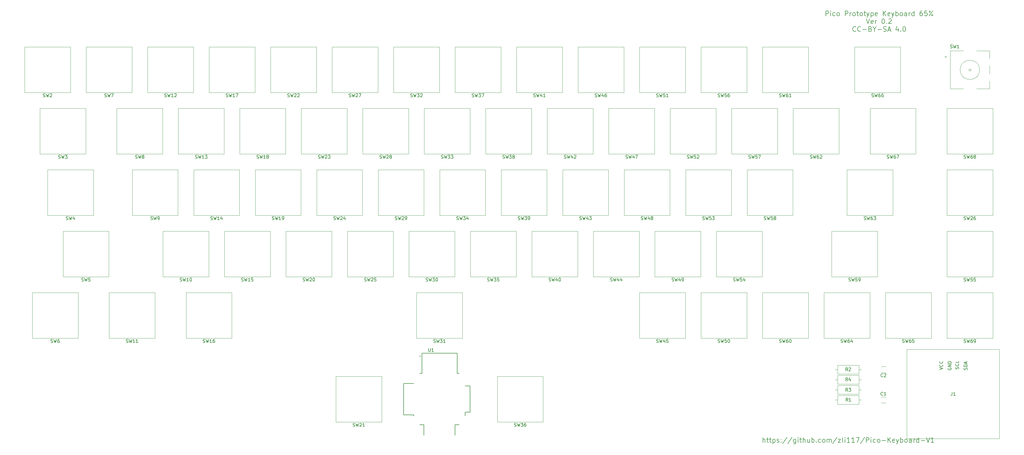
<source format=gbr>
%TF.GenerationSoftware,KiCad,Pcbnew,(6.0.5)*%
%TF.CreationDate,2022-05-31T00:14:22-04:00*%
%TF.ProjectId,pico_keyboard_v1,7069636f-5f6b-4657-9962-6f6172645f76,rev?*%
%TF.SameCoordinates,Original*%
%TF.FileFunction,Legend,Top*%
%TF.FilePolarity,Positive*%
%FSLAX46Y46*%
G04 Gerber Fmt 4.6, Leading zero omitted, Abs format (unit mm)*
G04 Created by KiCad (PCBNEW (6.0.5)) date 2022-05-31 00:14:22*
%MOMM*%
%LPD*%
G01*
G04 APERTURE LIST*
%ADD10C,0.150000*%
%ADD11C,0.120000*%
%ADD12C,0.127000*%
%ADD13C,0.200000*%
G04 APERTURE END LIST*
D10*
X301431428Y-191368571D02*
X301431428Y-189868571D01*
X302074285Y-191368571D02*
X302074285Y-190582857D01*
X302002857Y-190440000D01*
X301860000Y-190368571D01*
X301645714Y-190368571D01*
X301502857Y-190440000D01*
X301431428Y-190511428D01*
X302574285Y-190368571D02*
X303145714Y-190368571D01*
X302788571Y-189868571D02*
X302788571Y-191154285D01*
X302860000Y-191297142D01*
X303002857Y-191368571D01*
X303145714Y-191368571D01*
X303431428Y-190368571D02*
X304002857Y-190368571D01*
X303645714Y-189868571D02*
X303645714Y-191154285D01*
X303717142Y-191297142D01*
X303860000Y-191368571D01*
X304002857Y-191368571D01*
X304502857Y-190368571D02*
X304502857Y-191868571D01*
X304502857Y-190440000D02*
X304645714Y-190368571D01*
X304931428Y-190368571D01*
X305074285Y-190440000D01*
X305145714Y-190511428D01*
X305217142Y-190654285D01*
X305217142Y-191082857D01*
X305145714Y-191225714D01*
X305074285Y-191297142D01*
X304931428Y-191368571D01*
X304645714Y-191368571D01*
X304502857Y-191297142D01*
X305788571Y-191297142D02*
X305931428Y-191368571D01*
X306217142Y-191368571D01*
X306360000Y-191297142D01*
X306431428Y-191154285D01*
X306431428Y-191082857D01*
X306360000Y-190940000D01*
X306217142Y-190868571D01*
X306002857Y-190868571D01*
X305860000Y-190797142D01*
X305788571Y-190654285D01*
X305788571Y-190582857D01*
X305860000Y-190440000D01*
X306002857Y-190368571D01*
X306217142Y-190368571D01*
X306360000Y-190440000D01*
X307074285Y-191225714D02*
X307145714Y-191297142D01*
X307074285Y-191368571D01*
X307002857Y-191297142D01*
X307074285Y-191225714D01*
X307074285Y-191368571D01*
X307074285Y-190440000D02*
X307145714Y-190511428D01*
X307074285Y-190582857D01*
X307002857Y-190511428D01*
X307074285Y-190440000D01*
X307074285Y-190582857D01*
X308860000Y-189797142D02*
X307574285Y-191725714D01*
X310431428Y-189797142D02*
X309145714Y-191725714D01*
X311574285Y-190368571D02*
X311574285Y-191582857D01*
X311502857Y-191725714D01*
X311431428Y-191797142D01*
X311288571Y-191868571D01*
X311074285Y-191868571D01*
X310931428Y-191797142D01*
X311574285Y-191297142D02*
X311431428Y-191368571D01*
X311145714Y-191368571D01*
X311002857Y-191297142D01*
X310931428Y-191225714D01*
X310860000Y-191082857D01*
X310860000Y-190654285D01*
X310931428Y-190511428D01*
X311002857Y-190440000D01*
X311145714Y-190368571D01*
X311431428Y-190368571D01*
X311574285Y-190440000D01*
X312288571Y-191368571D02*
X312288571Y-190368571D01*
X312288571Y-189868571D02*
X312217142Y-189940000D01*
X312288571Y-190011428D01*
X312360000Y-189940000D01*
X312288571Y-189868571D01*
X312288571Y-190011428D01*
X312788571Y-190368571D02*
X313360000Y-190368571D01*
X313002857Y-189868571D02*
X313002857Y-191154285D01*
X313074285Y-191297142D01*
X313217142Y-191368571D01*
X313360000Y-191368571D01*
X313860000Y-191368571D02*
X313860000Y-189868571D01*
X314502857Y-191368571D02*
X314502857Y-190582857D01*
X314431428Y-190440000D01*
X314288571Y-190368571D01*
X314074285Y-190368571D01*
X313931428Y-190440000D01*
X313860000Y-190511428D01*
X315860000Y-190368571D02*
X315860000Y-191368571D01*
X315217142Y-190368571D02*
X315217142Y-191154285D01*
X315288571Y-191297142D01*
X315431428Y-191368571D01*
X315645714Y-191368571D01*
X315788571Y-191297142D01*
X315860000Y-191225714D01*
X316574285Y-191368571D02*
X316574285Y-189868571D01*
X316574285Y-190440000D02*
X316717142Y-190368571D01*
X317002857Y-190368571D01*
X317145714Y-190440000D01*
X317217142Y-190511428D01*
X317288571Y-190654285D01*
X317288571Y-191082857D01*
X317217142Y-191225714D01*
X317145714Y-191297142D01*
X317002857Y-191368571D01*
X316717142Y-191368571D01*
X316574285Y-191297142D01*
X317931428Y-191225714D02*
X318002857Y-191297142D01*
X317931428Y-191368571D01*
X317860000Y-191297142D01*
X317931428Y-191225714D01*
X317931428Y-191368571D01*
X319288571Y-191297142D02*
X319145714Y-191368571D01*
X318860000Y-191368571D01*
X318717142Y-191297142D01*
X318645714Y-191225714D01*
X318574285Y-191082857D01*
X318574285Y-190654285D01*
X318645714Y-190511428D01*
X318717142Y-190440000D01*
X318860000Y-190368571D01*
X319145714Y-190368571D01*
X319288571Y-190440000D01*
X320145714Y-191368571D02*
X320002857Y-191297142D01*
X319931428Y-191225714D01*
X319860000Y-191082857D01*
X319860000Y-190654285D01*
X319931428Y-190511428D01*
X320002857Y-190440000D01*
X320145714Y-190368571D01*
X320360000Y-190368571D01*
X320502857Y-190440000D01*
X320574285Y-190511428D01*
X320645714Y-190654285D01*
X320645714Y-191082857D01*
X320574285Y-191225714D01*
X320502857Y-191297142D01*
X320360000Y-191368571D01*
X320145714Y-191368571D01*
X321288571Y-191368571D02*
X321288571Y-190368571D01*
X321288571Y-190511428D02*
X321360000Y-190440000D01*
X321502857Y-190368571D01*
X321717142Y-190368571D01*
X321860000Y-190440000D01*
X321931428Y-190582857D01*
X321931428Y-191368571D01*
X321931428Y-190582857D02*
X322002857Y-190440000D01*
X322145714Y-190368571D01*
X322360000Y-190368571D01*
X322502857Y-190440000D01*
X322574285Y-190582857D01*
X322574285Y-191368571D01*
X324360000Y-189797142D02*
X323074285Y-191725714D01*
X324717142Y-190368571D02*
X325502857Y-190368571D01*
X324717142Y-191368571D01*
X325502857Y-191368571D01*
X326288571Y-191368571D02*
X326145714Y-191297142D01*
X326074285Y-191154285D01*
X326074285Y-189868571D01*
X326860000Y-191368571D02*
X326860000Y-190368571D01*
X326860000Y-189868571D02*
X326788571Y-189940000D01*
X326860000Y-190011428D01*
X326931428Y-189940000D01*
X326860000Y-189868571D01*
X326860000Y-190011428D01*
X328360000Y-191368571D02*
X327502857Y-191368571D01*
X327931428Y-191368571D02*
X327931428Y-189868571D01*
X327788571Y-190082857D01*
X327645714Y-190225714D01*
X327502857Y-190297142D01*
X329788571Y-191368571D02*
X328931428Y-191368571D01*
X329360000Y-191368571D02*
X329360000Y-189868571D01*
X329217142Y-190082857D01*
X329074285Y-190225714D01*
X328931428Y-190297142D01*
X330288571Y-189868571D02*
X331288571Y-189868571D01*
X330645714Y-191368571D01*
X332931428Y-189797142D02*
X331645714Y-191725714D01*
X333431428Y-191368571D02*
X333431428Y-189868571D01*
X334002857Y-189868571D01*
X334145714Y-189940000D01*
X334217142Y-190011428D01*
X334288571Y-190154285D01*
X334288571Y-190368571D01*
X334217142Y-190511428D01*
X334145714Y-190582857D01*
X334002857Y-190654285D01*
X333431428Y-190654285D01*
X334931428Y-191368571D02*
X334931428Y-190368571D01*
X334931428Y-189868571D02*
X334860000Y-189940000D01*
X334931428Y-190011428D01*
X335002857Y-189940000D01*
X334931428Y-189868571D01*
X334931428Y-190011428D01*
X336288571Y-191297142D02*
X336145714Y-191368571D01*
X335860000Y-191368571D01*
X335717142Y-191297142D01*
X335645714Y-191225714D01*
X335574285Y-191082857D01*
X335574285Y-190654285D01*
X335645714Y-190511428D01*
X335717142Y-190440000D01*
X335860000Y-190368571D01*
X336145714Y-190368571D01*
X336288571Y-190440000D01*
X337145714Y-191368571D02*
X337002857Y-191297142D01*
X336931428Y-191225714D01*
X336860000Y-191082857D01*
X336860000Y-190654285D01*
X336931428Y-190511428D01*
X337002857Y-190440000D01*
X337145714Y-190368571D01*
X337360000Y-190368571D01*
X337502857Y-190440000D01*
X337574285Y-190511428D01*
X337645714Y-190654285D01*
X337645714Y-191082857D01*
X337574285Y-191225714D01*
X337502857Y-191297142D01*
X337360000Y-191368571D01*
X337145714Y-191368571D01*
X338288571Y-190797142D02*
X339431428Y-190797142D01*
X340145714Y-191368571D02*
X340145714Y-189868571D01*
X341002857Y-191368571D02*
X340360000Y-190511428D01*
X341002857Y-189868571D02*
X340145714Y-190725714D01*
X342217142Y-191297142D02*
X342074285Y-191368571D01*
X341788571Y-191368571D01*
X341645714Y-191297142D01*
X341574285Y-191154285D01*
X341574285Y-190582857D01*
X341645714Y-190440000D01*
X341788571Y-190368571D01*
X342074285Y-190368571D01*
X342217142Y-190440000D01*
X342288571Y-190582857D01*
X342288571Y-190725714D01*
X341574285Y-190868571D01*
X342788571Y-190368571D02*
X343145714Y-191368571D01*
X343502857Y-190368571D02*
X343145714Y-191368571D01*
X343002857Y-191725714D01*
X342931428Y-191797142D01*
X342788571Y-191868571D01*
X344074285Y-191368571D02*
X344074285Y-189868571D01*
X344074285Y-190440000D02*
X344217142Y-190368571D01*
X344502857Y-190368571D01*
X344645714Y-190440000D01*
X344717142Y-190511428D01*
X344788571Y-190654285D01*
X344788571Y-191082857D01*
X344717142Y-191225714D01*
X344645714Y-191297142D01*
X344502857Y-191368571D01*
X344217142Y-191368571D01*
X344074285Y-191297142D01*
X345645714Y-191368571D02*
X345502857Y-191297142D01*
X345431428Y-191225714D01*
X345360000Y-191082857D01*
X345360000Y-190654285D01*
X345431428Y-190511428D01*
X345502857Y-190440000D01*
X345645714Y-190368571D01*
X345860000Y-190368571D01*
X346002857Y-190440000D01*
X346074285Y-190511428D01*
X346145714Y-190654285D01*
X346145714Y-191082857D01*
X346074285Y-191225714D01*
X346002857Y-191297142D01*
X345860000Y-191368571D01*
X345645714Y-191368571D01*
X347431428Y-191368571D02*
X347431428Y-190582857D01*
X347360000Y-190440000D01*
X347217142Y-190368571D01*
X346931428Y-190368571D01*
X346788571Y-190440000D01*
X347431428Y-191297142D02*
X347288571Y-191368571D01*
X346931428Y-191368571D01*
X346788571Y-191297142D01*
X346717142Y-191154285D01*
X346717142Y-191011428D01*
X346788571Y-190868571D01*
X346931428Y-190797142D01*
X347288571Y-190797142D01*
X347431428Y-190725714D01*
X348145714Y-191368571D02*
X348145714Y-190368571D01*
X348145714Y-190654285D02*
X348217142Y-190511428D01*
X348288571Y-190440000D01*
X348431428Y-190368571D01*
X348574285Y-190368571D01*
X349717142Y-191368571D02*
X349717142Y-189868571D01*
X349717142Y-191297142D02*
X349574285Y-191368571D01*
X349288571Y-191368571D01*
X349145714Y-191297142D01*
X349074285Y-191225714D01*
X349002857Y-191082857D01*
X349002857Y-190654285D01*
X349074285Y-190511428D01*
X349145714Y-190440000D01*
X349288571Y-190368571D01*
X349574285Y-190368571D01*
X349717142Y-190440000D01*
X350431428Y-190797142D02*
X351574285Y-190797142D01*
X352074285Y-189868571D02*
X352574285Y-191368571D01*
X353074285Y-189868571D01*
X354360000Y-191368571D02*
X353502857Y-191368571D01*
X353931428Y-191368571D02*
X353931428Y-189868571D01*
X353788571Y-190082857D01*
X353645714Y-190225714D01*
X353502857Y-190297142D01*
X320904285Y-59073571D02*
X320904285Y-57573571D01*
X321475714Y-57573571D01*
X321618571Y-57645000D01*
X321690000Y-57716428D01*
X321761428Y-57859285D01*
X321761428Y-58073571D01*
X321690000Y-58216428D01*
X321618571Y-58287857D01*
X321475714Y-58359285D01*
X320904285Y-58359285D01*
X322404285Y-59073571D02*
X322404285Y-58073571D01*
X322404285Y-57573571D02*
X322332857Y-57645000D01*
X322404285Y-57716428D01*
X322475714Y-57645000D01*
X322404285Y-57573571D01*
X322404285Y-57716428D01*
X323761428Y-59002142D02*
X323618571Y-59073571D01*
X323332857Y-59073571D01*
X323190000Y-59002142D01*
X323118571Y-58930714D01*
X323047142Y-58787857D01*
X323047142Y-58359285D01*
X323118571Y-58216428D01*
X323190000Y-58145000D01*
X323332857Y-58073571D01*
X323618571Y-58073571D01*
X323761428Y-58145000D01*
X324618571Y-59073571D02*
X324475714Y-59002142D01*
X324404285Y-58930714D01*
X324332857Y-58787857D01*
X324332857Y-58359285D01*
X324404285Y-58216428D01*
X324475714Y-58145000D01*
X324618571Y-58073571D01*
X324832857Y-58073571D01*
X324975714Y-58145000D01*
X325047142Y-58216428D01*
X325118571Y-58359285D01*
X325118571Y-58787857D01*
X325047142Y-58930714D01*
X324975714Y-59002142D01*
X324832857Y-59073571D01*
X324618571Y-59073571D01*
X326904285Y-59073571D02*
X326904285Y-57573571D01*
X327475714Y-57573571D01*
X327618571Y-57645000D01*
X327690000Y-57716428D01*
X327761428Y-57859285D01*
X327761428Y-58073571D01*
X327690000Y-58216428D01*
X327618571Y-58287857D01*
X327475714Y-58359285D01*
X326904285Y-58359285D01*
X328404285Y-59073571D02*
X328404285Y-58073571D01*
X328404285Y-58359285D02*
X328475714Y-58216428D01*
X328547142Y-58145000D01*
X328690000Y-58073571D01*
X328832857Y-58073571D01*
X329547142Y-59073571D02*
X329404285Y-59002142D01*
X329332857Y-58930714D01*
X329261428Y-58787857D01*
X329261428Y-58359285D01*
X329332857Y-58216428D01*
X329404285Y-58145000D01*
X329547142Y-58073571D01*
X329761428Y-58073571D01*
X329904285Y-58145000D01*
X329975714Y-58216428D01*
X330047142Y-58359285D01*
X330047142Y-58787857D01*
X329975714Y-58930714D01*
X329904285Y-59002142D01*
X329761428Y-59073571D01*
X329547142Y-59073571D01*
X330475714Y-58073571D02*
X331047142Y-58073571D01*
X330690000Y-57573571D02*
X330690000Y-58859285D01*
X330761428Y-59002142D01*
X330904285Y-59073571D01*
X331047142Y-59073571D01*
X331761428Y-59073571D02*
X331618571Y-59002142D01*
X331547142Y-58930714D01*
X331475714Y-58787857D01*
X331475714Y-58359285D01*
X331547142Y-58216428D01*
X331618571Y-58145000D01*
X331761428Y-58073571D01*
X331975714Y-58073571D01*
X332118571Y-58145000D01*
X332190000Y-58216428D01*
X332261428Y-58359285D01*
X332261428Y-58787857D01*
X332190000Y-58930714D01*
X332118571Y-59002142D01*
X331975714Y-59073571D01*
X331761428Y-59073571D01*
X332690000Y-58073571D02*
X333261428Y-58073571D01*
X332904285Y-57573571D02*
X332904285Y-58859285D01*
X332975714Y-59002142D01*
X333118571Y-59073571D01*
X333261428Y-59073571D01*
X333618571Y-58073571D02*
X333975714Y-59073571D01*
X334332857Y-58073571D02*
X333975714Y-59073571D01*
X333832857Y-59430714D01*
X333761428Y-59502142D01*
X333618571Y-59573571D01*
X334904285Y-58073571D02*
X334904285Y-59573571D01*
X334904285Y-58145000D02*
X335047142Y-58073571D01*
X335332857Y-58073571D01*
X335475714Y-58145000D01*
X335547142Y-58216428D01*
X335618571Y-58359285D01*
X335618571Y-58787857D01*
X335547142Y-58930714D01*
X335475714Y-59002142D01*
X335332857Y-59073571D01*
X335047142Y-59073571D01*
X334904285Y-59002142D01*
X336832857Y-59002142D02*
X336690000Y-59073571D01*
X336404285Y-59073571D01*
X336261428Y-59002142D01*
X336190000Y-58859285D01*
X336190000Y-58287857D01*
X336261428Y-58145000D01*
X336404285Y-58073571D01*
X336690000Y-58073571D01*
X336832857Y-58145000D01*
X336904285Y-58287857D01*
X336904285Y-58430714D01*
X336190000Y-58573571D01*
X338690000Y-59073571D02*
X338690000Y-57573571D01*
X339547142Y-59073571D02*
X338904285Y-58216428D01*
X339547142Y-57573571D02*
X338690000Y-58430714D01*
X340761428Y-59002142D02*
X340618571Y-59073571D01*
X340332857Y-59073571D01*
X340190000Y-59002142D01*
X340118571Y-58859285D01*
X340118571Y-58287857D01*
X340190000Y-58145000D01*
X340332857Y-58073571D01*
X340618571Y-58073571D01*
X340761428Y-58145000D01*
X340832857Y-58287857D01*
X340832857Y-58430714D01*
X340118571Y-58573571D01*
X341332857Y-58073571D02*
X341690000Y-59073571D01*
X342047142Y-58073571D02*
X341690000Y-59073571D01*
X341547142Y-59430714D01*
X341475714Y-59502142D01*
X341332857Y-59573571D01*
X342618571Y-59073571D02*
X342618571Y-57573571D01*
X342618571Y-58145000D02*
X342761428Y-58073571D01*
X343047142Y-58073571D01*
X343190000Y-58145000D01*
X343261428Y-58216428D01*
X343332857Y-58359285D01*
X343332857Y-58787857D01*
X343261428Y-58930714D01*
X343190000Y-59002142D01*
X343047142Y-59073571D01*
X342761428Y-59073571D01*
X342618571Y-59002142D01*
X344190000Y-59073571D02*
X344047142Y-59002142D01*
X343975714Y-58930714D01*
X343904285Y-58787857D01*
X343904285Y-58359285D01*
X343975714Y-58216428D01*
X344047142Y-58145000D01*
X344190000Y-58073571D01*
X344404285Y-58073571D01*
X344547142Y-58145000D01*
X344618571Y-58216428D01*
X344690000Y-58359285D01*
X344690000Y-58787857D01*
X344618571Y-58930714D01*
X344547142Y-59002142D01*
X344404285Y-59073571D01*
X344190000Y-59073571D01*
X345975714Y-59073571D02*
X345975714Y-58287857D01*
X345904285Y-58145000D01*
X345761428Y-58073571D01*
X345475714Y-58073571D01*
X345332857Y-58145000D01*
X345975714Y-59002142D02*
X345832857Y-59073571D01*
X345475714Y-59073571D01*
X345332857Y-59002142D01*
X345261428Y-58859285D01*
X345261428Y-58716428D01*
X345332857Y-58573571D01*
X345475714Y-58502142D01*
X345832857Y-58502142D01*
X345975714Y-58430714D01*
X346690000Y-59073571D02*
X346690000Y-58073571D01*
X346690000Y-58359285D02*
X346761428Y-58216428D01*
X346832857Y-58145000D01*
X346975714Y-58073571D01*
X347118571Y-58073571D01*
X348261428Y-59073571D02*
X348261428Y-57573571D01*
X348261428Y-59002142D02*
X348118571Y-59073571D01*
X347832857Y-59073571D01*
X347690000Y-59002142D01*
X347618571Y-58930714D01*
X347547142Y-58787857D01*
X347547142Y-58359285D01*
X347618571Y-58216428D01*
X347690000Y-58145000D01*
X347832857Y-58073571D01*
X348118571Y-58073571D01*
X348261428Y-58145000D01*
X350761428Y-57573571D02*
X350475714Y-57573571D01*
X350332857Y-57645000D01*
X350261428Y-57716428D01*
X350118571Y-57930714D01*
X350047142Y-58216428D01*
X350047142Y-58787857D01*
X350118571Y-58930714D01*
X350190000Y-59002142D01*
X350332857Y-59073571D01*
X350618571Y-59073571D01*
X350761428Y-59002142D01*
X350832857Y-58930714D01*
X350904285Y-58787857D01*
X350904285Y-58430714D01*
X350832857Y-58287857D01*
X350761428Y-58216428D01*
X350618571Y-58145000D01*
X350332857Y-58145000D01*
X350190000Y-58216428D01*
X350118571Y-58287857D01*
X350047142Y-58430714D01*
X352261428Y-57573571D02*
X351547142Y-57573571D01*
X351475714Y-58287857D01*
X351547142Y-58216428D01*
X351690000Y-58145000D01*
X352047142Y-58145000D01*
X352190000Y-58216428D01*
X352261428Y-58287857D01*
X352332857Y-58430714D01*
X352332857Y-58787857D01*
X352261428Y-58930714D01*
X352190000Y-59002142D01*
X352047142Y-59073571D01*
X351690000Y-59073571D01*
X351547142Y-59002142D01*
X351475714Y-58930714D01*
X352904285Y-59073571D02*
X354047142Y-57573571D01*
X353118571Y-57573571D02*
X353261428Y-57645000D01*
X353332857Y-57787857D01*
X353261428Y-57930714D01*
X353118571Y-58002142D01*
X352975714Y-57930714D01*
X352904285Y-57787857D01*
X352975714Y-57645000D01*
X353118571Y-57573571D01*
X353975714Y-59002142D02*
X354047142Y-58859285D01*
X353975714Y-58716428D01*
X353832857Y-58645000D01*
X353690000Y-58716428D01*
X353618571Y-58859285D01*
X353690000Y-59002142D01*
X353832857Y-59073571D01*
X353975714Y-59002142D01*
X333475714Y-59988571D02*
X333975714Y-61488571D01*
X334475714Y-59988571D01*
X335547142Y-61417142D02*
X335404285Y-61488571D01*
X335118571Y-61488571D01*
X334975714Y-61417142D01*
X334904285Y-61274285D01*
X334904285Y-60702857D01*
X334975714Y-60560000D01*
X335118571Y-60488571D01*
X335404285Y-60488571D01*
X335547142Y-60560000D01*
X335618571Y-60702857D01*
X335618571Y-60845714D01*
X334904285Y-60988571D01*
X336261428Y-61488571D02*
X336261428Y-60488571D01*
X336261428Y-60774285D02*
X336332857Y-60631428D01*
X336404285Y-60560000D01*
X336547142Y-60488571D01*
X336690000Y-60488571D01*
X338618571Y-59988571D02*
X338761428Y-59988571D01*
X338904285Y-60060000D01*
X338975714Y-60131428D01*
X339047142Y-60274285D01*
X339118571Y-60560000D01*
X339118571Y-60917142D01*
X339047142Y-61202857D01*
X338975714Y-61345714D01*
X338904285Y-61417142D01*
X338761428Y-61488571D01*
X338618571Y-61488571D01*
X338475714Y-61417142D01*
X338404285Y-61345714D01*
X338332857Y-61202857D01*
X338261428Y-60917142D01*
X338261428Y-60560000D01*
X338332857Y-60274285D01*
X338404285Y-60131428D01*
X338475714Y-60060000D01*
X338618571Y-59988571D01*
X339761428Y-61345714D02*
X339832857Y-61417142D01*
X339761428Y-61488571D01*
X339690000Y-61417142D01*
X339761428Y-61345714D01*
X339761428Y-61488571D01*
X340404285Y-60131428D02*
X340475714Y-60060000D01*
X340618571Y-59988571D01*
X340975714Y-59988571D01*
X341118571Y-60060000D01*
X341190000Y-60131428D01*
X341261428Y-60274285D01*
X341261428Y-60417142D01*
X341190000Y-60631428D01*
X340332857Y-61488571D01*
X341261428Y-61488571D01*
X330190000Y-63760714D02*
X330118571Y-63832142D01*
X329904285Y-63903571D01*
X329761428Y-63903571D01*
X329547142Y-63832142D01*
X329404285Y-63689285D01*
X329332857Y-63546428D01*
X329261428Y-63260714D01*
X329261428Y-63046428D01*
X329332857Y-62760714D01*
X329404285Y-62617857D01*
X329547142Y-62475000D01*
X329761428Y-62403571D01*
X329904285Y-62403571D01*
X330118571Y-62475000D01*
X330190000Y-62546428D01*
X331690000Y-63760714D02*
X331618571Y-63832142D01*
X331404285Y-63903571D01*
X331261428Y-63903571D01*
X331047142Y-63832142D01*
X330904285Y-63689285D01*
X330832857Y-63546428D01*
X330761428Y-63260714D01*
X330761428Y-63046428D01*
X330832857Y-62760714D01*
X330904285Y-62617857D01*
X331047142Y-62475000D01*
X331261428Y-62403571D01*
X331404285Y-62403571D01*
X331618571Y-62475000D01*
X331690000Y-62546428D01*
X332332857Y-63332142D02*
X333475714Y-63332142D01*
X334690000Y-63117857D02*
X334904285Y-63189285D01*
X334975714Y-63260714D01*
X335047142Y-63403571D01*
X335047142Y-63617857D01*
X334975714Y-63760714D01*
X334904285Y-63832142D01*
X334761428Y-63903571D01*
X334190000Y-63903571D01*
X334190000Y-62403571D01*
X334690000Y-62403571D01*
X334832857Y-62475000D01*
X334904285Y-62546428D01*
X334975714Y-62689285D01*
X334975714Y-62832142D01*
X334904285Y-62975000D01*
X334832857Y-63046428D01*
X334690000Y-63117857D01*
X334190000Y-63117857D01*
X335975714Y-63189285D02*
X335975714Y-63903571D01*
X335475714Y-62403571D02*
X335975714Y-63189285D01*
X336475714Y-62403571D01*
X336975714Y-63332142D02*
X338118571Y-63332142D01*
X338761428Y-63832142D02*
X338975714Y-63903571D01*
X339332857Y-63903571D01*
X339475714Y-63832142D01*
X339547142Y-63760714D01*
X339618571Y-63617857D01*
X339618571Y-63475000D01*
X339547142Y-63332142D01*
X339475714Y-63260714D01*
X339332857Y-63189285D01*
X339047142Y-63117857D01*
X338904285Y-63046428D01*
X338832857Y-62975000D01*
X338761428Y-62832142D01*
X338761428Y-62689285D01*
X338832857Y-62546428D01*
X338904285Y-62475000D01*
X339047142Y-62403571D01*
X339404285Y-62403571D01*
X339618571Y-62475000D01*
X340190000Y-63475000D02*
X340904285Y-63475000D01*
X340047142Y-63903571D02*
X340547142Y-62403571D01*
X341047142Y-63903571D01*
X343332857Y-62903571D02*
X343332857Y-63903571D01*
X342975714Y-62332142D02*
X342618571Y-63403571D01*
X343547142Y-63403571D01*
X344118571Y-63760714D02*
X344190000Y-63832142D01*
X344118571Y-63903571D01*
X344047142Y-63832142D01*
X344118571Y-63760714D01*
X344118571Y-63903571D01*
X345118571Y-62403571D02*
X345261428Y-62403571D01*
X345404285Y-62475000D01*
X345475714Y-62546428D01*
X345547142Y-62689285D01*
X345618571Y-62975000D01*
X345618571Y-63332142D01*
X345547142Y-63617857D01*
X345475714Y-63760714D01*
X345404285Y-63832142D01*
X345261428Y-63903571D01*
X345118571Y-63903571D01*
X344975714Y-63832142D01*
X344904285Y-63760714D01*
X344832857Y-63617857D01*
X344761428Y-63332142D01*
X344761428Y-62975000D01*
X344832857Y-62689285D01*
X344904285Y-62546428D01*
X344975714Y-62475000D01*
X345118571Y-62403571D01*
%TO.C,SW8*%
X107016666Y-103249761D02*
X107159523Y-103297380D01*
X107397619Y-103297380D01*
X107492857Y-103249761D01*
X107540476Y-103202142D01*
X107588095Y-103106904D01*
X107588095Y-103011666D01*
X107540476Y-102916428D01*
X107492857Y-102868809D01*
X107397619Y-102821190D01*
X107207142Y-102773571D01*
X107111904Y-102725952D01*
X107064285Y-102678333D01*
X107016666Y-102583095D01*
X107016666Y-102487857D01*
X107064285Y-102392619D01*
X107111904Y-102345000D01*
X107207142Y-102297380D01*
X107445238Y-102297380D01*
X107588095Y-102345000D01*
X107921428Y-102297380D02*
X108159523Y-103297380D01*
X108350000Y-102583095D01*
X108540476Y-103297380D01*
X108778571Y-102297380D01*
X109302380Y-102725952D02*
X109207142Y-102678333D01*
X109159523Y-102630714D01*
X109111904Y-102535476D01*
X109111904Y-102487857D01*
X109159523Y-102392619D01*
X109207142Y-102345000D01*
X109302380Y-102297380D01*
X109492857Y-102297380D01*
X109588095Y-102345000D01*
X109635714Y-102392619D01*
X109683333Y-102487857D01*
X109683333Y-102535476D01*
X109635714Y-102630714D01*
X109588095Y-102678333D01*
X109492857Y-102725952D01*
X109302380Y-102725952D01*
X109207142Y-102773571D01*
X109159523Y-102821190D01*
X109111904Y-102916428D01*
X109111904Y-103106904D01*
X109159523Y-103202142D01*
X109207142Y-103249761D01*
X109302380Y-103297380D01*
X109492857Y-103297380D01*
X109588095Y-103249761D01*
X109635714Y-103202142D01*
X109683333Y-103106904D01*
X109683333Y-102916428D01*
X109635714Y-102821190D01*
X109588095Y-102773571D01*
X109492857Y-102725952D01*
%TO.C,R1*%
X327743333Y-178632380D02*
X327410000Y-178156190D01*
X327171904Y-178632380D02*
X327171904Y-177632380D01*
X327552857Y-177632380D01*
X327648095Y-177680000D01*
X327695714Y-177727619D01*
X327743333Y-177822857D01*
X327743333Y-177965714D01*
X327695714Y-178060952D01*
X327648095Y-178108571D01*
X327552857Y-178156190D01*
X327171904Y-178156190D01*
X328695714Y-178632380D02*
X328124285Y-178632380D01*
X328410000Y-178632380D02*
X328410000Y-177632380D01*
X328314761Y-177775238D01*
X328219523Y-177870476D01*
X328124285Y-177918095D01*
%TO.C,SW41*%
X230365476Y-84199761D02*
X230508333Y-84247380D01*
X230746428Y-84247380D01*
X230841666Y-84199761D01*
X230889285Y-84152142D01*
X230936904Y-84056904D01*
X230936904Y-83961666D01*
X230889285Y-83866428D01*
X230841666Y-83818809D01*
X230746428Y-83771190D01*
X230555952Y-83723571D01*
X230460714Y-83675952D01*
X230413095Y-83628333D01*
X230365476Y-83533095D01*
X230365476Y-83437857D01*
X230413095Y-83342619D01*
X230460714Y-83295000D01*
X230555952Y-83247380D01*
X230794047Y-83247380D01*
X230936904Y-83295000D01*
X231270238Y-83247380D02*
X231508333Y-84247380D01*
X231698809Y-83533095D01*
X231889285Y-84247380D01*
X232127380Y-83247380D01*
X232936904Y-83580714D02*
X232936904Y-84247380D01*
X232698809Y-83199761D02*
X232460714Y-83914047D01*
X233079761Y-83914047D01*
X233984523Y-84247380D02*
X233413095Y-84247380D01*
X233698809Y-84247380D02*
X233698809Y-83247380D01*
X233603571Y-83390238D01*
X233508333Y-83485476D01*
X233413095Y-83533095D01*
%TO.C,SW61*%
X306565476Y-84199761D02*
X306708333Y-84247380D01*
X306946428Y-84247380D01*
X307041666Y-84199761D01*
X307089285Y-84152142D01*
X307136904Y-84056904D01*
X307136904Y-83961666D01*
X307089285Y-83866428D01*
X307041666Y-83818809D01*
X306946428Y-83771190D01*
X306755952Y-83723571D01*
X306660714Y-83675952D01*
X306613095Y-83628333D01*
X306565476Y-83533095D01*
X306565476Y-83437857D01*
X306613095Y-83342619D01*
X306660714Y-83295000D01*
X306755952Y-83247380D01*
X306994047Y-83247380D01*
X307136904Y-83295000D01*
X307470238Y-83247380D02*
X307708333Y-84247380D01*
X307898809Y-83533095D01*
X308089285Y-84247380D01*
X308327380Y-83247380D01*
X309136904Y-83247380D02*
X308946428Y-83247380D01*
X308851190Y-83295000D01*
X308803571Y-83342619D01*
X308708333Y-83485476D01*
X308660714Y-83675952D01*
X308660714Y-84056904D01*
X308708333Y-84152142D01*
X308755952Y-84199761D01*
X308851190Y-84247380D01*
X309041666Y-84247380D01*
X309136904Y-84199761D01*
X309184523Y-84152142D01*
X309232142Y-84056904D01*
X309232142Y-83818809D01*
X309184523Y-83723571D01*
X309136904Y-83675952D01*
X309041666Y-83628333D01*
X308851190Y-83628333D01*
X308755952Y-83675952D01*
X308708333Y-83723571D01*
X308660714Y-83818809D01*
X310184523Y-84247380D02*
X309613095Y-84247380D01*
X309898809Y-84247380D02*
X309898809Y-83247380D01*
X309803571Y-83390238D01*
X309708333Y-83485476D01*
X309613095Y-83533095D01*
%TO.C,SW57*%
X297040476Y-103249761D02*
X297183333Y-103297380D01*
X297421428Y-103297380D01*
X297516666Y-103249761D01*
X297564285Y-103202142D01*
X297611904Y-103106904D01*
X297611904Y-103011666D01*
X297564285Y-102916428D01*
X297516666Y-102868809D01*
X297421428Y-102821190D01*
X297230952Y-102773571D01*
X297135714Y-102725952D01*
X297088095Y-102678333D01*
X297040476Y-102583095D01*
X297040476Y-102487857D01*
X297088095Y-102392619D01*
X297135714Y-102345000D01*
X297230952Y-102297380D01*
X297469047Y-102297380D01*
X297611904Y-102345000D01*
X297945238Y-102297380D02*
X298183333Y-103297380D01*
X298373809Y-102583095D01*
X298564285Y-103297380D01*
X298802380Y-102297380D01*
X299659523Y-102297380D02*
X299183333Y-102297380D01*
X299135714Y-102773571D01*
X299183333Y-102725952D01*
X299278571Y-102678333D01*
X299516666Y-102678333D01*
X299611904Y-102725952D01*
X299659523Y-102773571D01*
X299707142Y-102868809D01*
X299707142Y-103106904D01*
X299659523Y-103202142D01*
X299611904Y-103249761D01*
X299516666Y-103297380D01*
X299278571Y-103297380D01*
X299183333Y-103249761D01*
X299135714Y-103202142D01*
X300040476Y-102297380D02*
X300707142Y-102297380D01*
X300278571Y-103297380D01*
%TO.C,SW39*%
X225602976Y-122299761D02*
X225745833Y-122347380D01*
X225983928Y-122347380D01*
X226079166Y-122299761D01*
X226126785Y-122252142D01*
X226174404Y-122156904D01*
X226174404Y-122061666D01*
X226126785Y-121966428D01*
X226079166Y-121918809D01*
X225983928Y-121871190D01*
X225793452Y-121823571D01*
X225698214Y-121775952D01*
X225650595Y-121728333D01*
X225602976Y-121633095D01*
X225602976Y-121537857D01*
X225650595Y-121442619D01*
X225698214Y-121395000D01*
X225793452Y-121347380D01*
X226031547Y-121347380D01*
X226174404Y-121395000D01*
X226507738Y-121347380D02*
X226745833Y-122347380D01*
X226936309Y-121633095D01*
X227126785Y-122347380D01*
X227364880Y-121347380D01*
X227650595Y-121347380D02*
X228269642Y-121347380D01*
X227936309Y-121728333D01*
X228079166Y-121728333D01*
X228174404Y-121775952D01*
X228222023Y-121823571D01*
X228269642Y-121918809D01*
X228269642Y-122156904D01*
X228222023Y-122252142D01*
X228174404Y-122299761D01*
X228079166Y-122347380D01*
X227793452Y-122347380D01*
X227698214Y-122299761D01*
X227650595Y-122252142D01*
X228745833Y-122347380D02*
X228936309Y-122347380D01*
X229031547Y-122299761D01*
X229079166Y-122252142D01*
X229174404Y-122109285D01*
X229222023Y-121918809D01*
X229222023Y-121537857D01*
X229174404Y-121442619D01*
X229126785Y-121395000D01*
X229031547Y-121347380D01*
X228841071Y-121347380D01*
X228745833Y-121395000D01*
X228698214Y-121442619D01*
X228650595Y-121537857D01*
X228650595Y-121775952D01*
X228698214Y-121871190D01*
X228745833Y-121918809D01*
X228841071Y-121966428D01*
X229031547Y-121966428D01*
X229126785Y-121918809D01*
X229174404Y-121871190D01*
X229222023Y-121775952D01*
%TO.C,SW19*%
X149402975Y-122299761D02*
X149545832Y-122347380D01*
X149783927Y-122347380D01*
X149879165Y-122299761D01*
X149926784Y-122252142D01*
X149974403Y-122156904D01*
X149974403Y-122061666D01*
X149926784Y-121966428D01*
X149879165Y-121918809D01*
X149783927Y-121871190D01*
X149593451Y-121823571D01*
X149498213Y-121775952D01*
X149450594Y-121728333D01*
X149402975Y-121633095D01*
X149402975Y-121537857D01*
X149450594Y-121442619D01*
X149498213Y-121395000D01*
X149593451Y-121347380D01*
X149831546Y-121347380D01*
X149974403Y-121395000D01*
X150307737Y-121347380D02*
X150545832Y-122347380D01*
X150736308Y-121633095D01*
X150926784Y-122347380D01*
X151164879Y-121347380D01*
X152069641Y-122347380D02*
X151498213Y-122347380D01*
X151783927Y-122347380D02*
X151783927Y-121347380D01*
X151688689Y-121490238D01*
X151593451Y-121585476D01*
X151498213Y-121633095D01*
X152545832Y-122347380D02*
X152736308Y-122347380D01*
X152831546Y-122299761D01*
X152879165Y-122252142D01*
X152974403Y-122109285D01*
X153022022Y-121918809D01*
X153022022Y-121537857D01*
X152974403Y-121442619D01*
X152926784Y-121395000D01*
X152831546Y-121347380D01*
X152641070Y-121347380D01*
X152545832Y-121395000D01*
X152498213Y-121442619D01*
X152450594Y-121537857D01*
X152450594Y-121775952D01*
X152498213Y-121871190D01*
X152545832Y-121918809D01*
X152641070Y-121966428D01*
X152831546Y-121966428D01*
X152926784Y-121918809D01*
X152974403Y-121871190D01*
X153022022Y-121775952D01*
%TO.C,SW18*%
X144640476Y-103249761D02*
X144783333Y-103297380D01*
X145021428Y-103297380D01*
X145116666Y-103249761D01*
X145164285Y-103202142D01*
X145211904Y-103106904D01*
X145211904Y-103011666D01*
X145164285Y-102916428D01*
X145116666Y-102868809D01*
X145021428Y-102821190D01*
X144830952Y-102773571D01*
X144735714Y-102725952D01*
X144688095Y-102678333D01*
X144640476Y-102583095D01*
X144640476Y-102487857D01*
X144688095Y-102392619D01*
X144735714Y-102345000D01*
X144830952Y-102297380D01*
X145069047Y-102297380D01*
X145211904Y-102345000D01*
X145545238Y-102297380D02*
X145783333Y-103297380D01*
X145973809Y-102583095D01*
X146164285Y-103297380D01*
X146402380Y-102297380D01*
X147307142Y-103297380D02*
X146735714Y-103297380D01*
X147021428Y-103297380D02*
X147021428Y-102297380D01*
X146926190Y-102440238D01*
X146830952Y-102535476D01*
X146735714Y-102583095D01*
X147878571Y-102725952D02*
X147783333Y-102678333D01*
X147735714Y-102630714D01*
X147688095Y-102535476D01*
X147688095Y-102487857D01*
X147735714Y-102392619D01*
X147783333Y-102345000D01*
X147878571Y-102297380D01*
X148069047Y-102297380D01*
X148164285Y-102345000D01*
X148211904Y-102392619D01*
X148259523Y-102487857D01*
X148259523Y-102535476D01*
X148211904Y-102630714D01*
X148164285Y-102678333D01*
X148069047Y-102725952D01*
X147878571Y-102725952D01*
X147783333Y-102773571D01*
X147735714Y-102821190D01*
X147688095Y-102916428D01*
X147688095Y-103106904D01*
X147735714Y-103202142D01*
X147783333Y-103249761D01*
X147878571Y-103297380D01*
X148069047Y-103297380D01*
X148164285Y-103249761D01*
X148211904Y-103202142D01*
X148259523Y-103106904D01*
X148259523Y-102916428D01*
X148211904Y-102821190D01*
X148164285Y-102773571D01*
X148069047Y-102725952D01*
%TO.C,SW45*%
X268465476Y-160399761D02*
X268608333Y-160447380D01*
X268846428Y-160447380D01*
X268941666Y-160399761D01*
X268989285Y-160352142D01*
X269036904Y-160256904D01*
X269036904Y-160161666D01*
X268989285Y-160066428D01*
X268941666Y-160018809D01*
X268846428Y-159971190D01*
X268655952Y-159923571D01*
X268560714Y-159875952D01*
X268513095Y-159828333D01*
X268465476Y-159733095D01*
X268465476Y-159637857D01*
X268513095Y-159542619D01*
X268560714Y-159495000D01*
X268655952Y-159447380D01*
X268894047Y-159447380D01*
X269036904Y-159495000D01*
X269370238Y-159447380D02*
X269608333Y-160447380D01*
X269798809Y-159733095D01*
X269989285Y-160447380D01*
X270227380Y-159447380D01*
X271036904Y-159780714D02*
X271036904Y-160447380D01*
X270798809Y-159399761D02*
X270560714Y-160114047D01*
X271179761Y-160114047D01*
X272036904Y-159447380D02*
X271560714Y-159447380D01*
X271513095Y-159923571D01*
X271560714Y-159875952D01*
X271655952Y-159828333D01*
X271894047Y-159828333D01*
X271989285Y-159875952D01*
X272036904Y-159923571D01*
X272084523Y-160018809D01*
X272084523Y-160256904D01*
X272036904Y-160352142D01*
X271989285Y-160399761D01*
X271894047Y-160447380D01*
X271655952Y-160447380D01*
X271560714Y-160399761D01*
X271513095Y-160352142D01*
%TO.C,C2*%
X338590833Y-170997142D02*
X338543214Y-171044761D01*
X338400357Y-171092380D01*
X338305119Y-171092380D01*
X338162261Y-171044761D01*
X338067023Y-170949523D01*
X338019404Y-170854285D01*
X337971785Y-170663809D01*
X337971785Y-170520952D01*
X338019404Y-170330476D01*
X338067023Y-170235238D01*
X338162261Y-170140000D01*
X338305119Y-170092380D01*
X338400357Y-170092380D01*
X338543214Y-170140000D01*
X338590833Y-170187619D01*
X338971785Y-170187619D02*
X339019404Y-170140000D01*
X339114642Y-170092380D01*
X339352738Y-170092380D01*
X339447976Y-170140000D01*
X339495595Y-170187619D01*
X339543214Y-170282857D01*
X339543214Y-170378095D01*
X339495595Y-170520952D01*
X338924166Y-171092380D01*
X339543214Y-171092380D01*
%TO.C,SW65*%
X344665476Y-160399761D02*
X344808333Y-160447380D01*
X345046428Y-160447380D01*
X345141666Y-160399761D01*
X345189285Y-160352142D01*
X345236904Y-160256904D01*
X345236904Y-160161666D01*
X345189285Y-160066428D01*
X345141666Y-160018809D01*
X345046428Y-159971190D01*
X344855952Y-159923571D01*
X344760714Y-159875952D01*
X344713095Y-159828333D01*
X344665476Y-159733095D01*
X344665476Y-159637857D01*
X344713095Y-159542619D01*
X344760714Y-159495000D01*
X344855952Y-159447380D01*
X345094047Y-159447380D01*
X345236904Y-159495000D01*
X345570238Y-159447380D02*
X345808333Y-160447380D01*
X345998809Y-159733095D01*
X346189285Y-160447380D01*
X346427380Y-159447380D01*
X347236904Y-159447380D02*
X347046428Y-159447380D01*
X346951190Y-159495000D01*
X346903571Y-159542619D01*
X346808333Y-159685476D01*
X346760714Y-159875952D01*
X346760714Y-160256904D01*
X346808333Y-160352142D01*
X346855952Y-160399761D01*
X346951190Y-160447380D01*
X347141666Y-160447380D01*
X347236904Y-160399761D01*
X347284523Y-160352142D01*
X347332142Y-160256904D01*
X347332142Y-160018809D01*
X347284523Y-159923571D01*
X347236904Y-159875952D01*
X347141666Y-159828333D01*
X346951190Y-159828333D01*
X346855952Y-159875952D01*
X346808333Y-159923571D01*
X346760714Y-160018809D01*
X348236904Y-159447380D02*
X347760714Y-159447380D01*
X347713095Y-159923571D01*
X347760714Y-159875952D01*
X347855952Y-159828333D01*
X348094047Y-159828333D01*
X348189285Y-159875952D01*
X348236904Y-159923571D01*
X348284523Y-160018809D01*
X348284523Y-160256904D01*
X348236904Y-160352142D01*
X348189285Y-160399761D01*
X348094047Y-160447380D01*
X347855952Y-160447380D01*
X347760714Y-160399761D01*
X347713095Y-160352142D01*
%TO.C,SW60*%
X306565476Y-160399761D02*
X306708333Y-160447380D01*
X306946428Y-160447380D01*
X307041666Y-160399761D01*
X307089285Y-160352142D01*
X307136904Y-160256904D01*
X307136904Y-160161666D01*
X307089285Y-160066428D01*
X307041666Y-160018809D01*
X306946428Y-159971190D01*
X306755952Y-159923571D01*
X306660714Y-159875952D01*
X306613095Y-159828333D01*
X306565476Y-159733095D01*
X306565476Y-159637857D01*
X306613095Y-159542619D01*
X306660714Y-159495000D01*
X306755952Y-159447380D01*
X306994047Y-159447380D01*
X307136904Y-159495000D01*
X307470238Y-159447380D02*
X307708333Y-160447380D01*
X307898809Y-159733095D01*
X308089285Y-160447380D01*
X308327380Y-159447380D01*
X309136904Y-159447380D02*
X308946428Y-159447380D01*
X308851190Y-159495000D01*
X308803571Y-159542619D01*
X308708333Y-159685476D01*
X308660714Y-159875952D01*
X308660714Y-160256904D01*
X308708333Y-160352142D01*
X308755952Y-160399761D01*
X308851190Y-160447380D01*
X309041666Y-160447380D01*
X309136904Y-160399761D01*
X309184523Y-160352142D01*
X309232142Y-160256904D01*
X309232142Y-160018809D01*
X309184523Y-159923571D01*
X309136904Y-159875952D01*
X309041666Y-159828333D01*
X308851190Y-159828333D01*
X308755952Y-159875952D01*
X308708333Y-159923571D01*
X308660714Y-160018809D01*
X309851190Y-159447380D02*
X309946428Y-159447380D01*
X310041666Y-159495000D01*
X310089285Y-159542619D01*
X310136904Y-159637857D01*
X310184523Y-159828333D01*
X310184523Y-160066428D01*
X310136904Y-160256904D01*
X310089285Y-160352142D01*
X310041666Y-160399761D01*
X309946428Y-160447380D01*
X309851190Y-160447380D01*
X309755952Y-160399761D01*
X309708333Y-160352142D01*
X309660714Y-160256904D01*
X309613095Y-160066428D01*
X309613095Y-159828333D01*
X309660714Y-159637857D01*
X309708333Y-159542619D01*
X309755952Y-159495000D01*
X309851190Y-159447380D01*
%TO.C,SW49*%
X273227976Y-141349761D02*
X273370833Y-141397380D01*
X273608928Y-141397380D01*
X273704166Y-141349761D01*
X273751785Y-141302142D01*
X273799404Y-141206904D01*
X273799404Y-141111666D01*
X273751785Y-141016428D01*
X273704166Y-140968809D01*
X273608928Y-140921190D01*
X273418452Y-140873571D01*
X273323214Y-140825952D01*
X273275595Y-140778333D01*
X273227976Y-140683095D01*
X273227976Y-140587857D01*
X273275595Y-140492619D01*
X273323214Y-140445000D01*
X273418452Y-140397380D01*
X273656547Y-140397380D01*
X273799404Y-140445000D01*
X274132738Y-140397380D02*
X274370833Y-141397380D01*
X274561309Y-140683095D01*
X274751785Y-141397380D01*
X274989880Y-140397380D01*
X275799404Y-140730714D02*
X275799404Y-141397380D01*
X275561309Y-140349761D02*
X275323214Y-141064047D01*
X275942261Y-141064047D01*
X276370833Y-141397380D02*
X276561309Y-141397380D01*
X276656547Y-141349761D01*
X276704166Y-141302142D01*
X276799404Y-141159285D01*
X276847023Y-140968809D01*
X276847023Y-140587857D01*
X276799404Y-140492619D01*
X276751785Y-140445000D01*
X276656547Y-140397380D01*
X276466071Y-140397380D01*
X276370833Y-140445000D01*
X276323214Y-140492619D01*
X276275595Y-140587857D01*
X276275595Y-140825952D01*
X276323214Y-140921190D01*
X276370833Y-140968809D01*
X276466071Y-141016428D01*
X276656547Y-141016428D01*
X276751785Y-140968809D01*
X276799404Y-140921190D01*
X276847023Y-140825952D01*
%TO.C,J1*%
X360026666Y-175842380D02*
X360026666Y-176556666D01*
X359979047Y-176699523D01*
X359883809Y-176794761D01*
X359740952Y-176842380D01*
X359645714Y-176842380D01*
X361026666Y-176842380D02*
X360455238Y-176842380D01*
X360740952Y-176842380D02*
X360740952Y-175842380D01*
X360645714Y-175985238D01*
X360550476Y-176080476D01*
X360455238Y-176128095D01*
X362064761Y-168630476D02*
X362112380Y-168487619D01*
X362112380Y-168249523D01*
X362064761Y-168154285D01*
X362017142Y-168106666D01*
X361921904Y-168059047D01*
X361826666Y-168059047D01*
X361731428Y-168106666D01*
X361683809Y-168154285D01*
X361636190Y-168249523D01*
X361588571Y-168440000D01*
X361540952Y-168535238D01*
X361493333Y-168582857D01*
X361398095Y-168630476D01*
X361302857Y-168630476D01*
X361207619Y-168582857D01*
X361160000Y-168535238D01*
X361112380Y-168440000D01*
X361112380Y-168201904D01*
X361160000Y-168059047D01*
X362017142Y-167059047D02*
X362064761Y-167106666D01*
X362112380Y-167249523D01*
X362112380Y-167344761D01*
X362064761Y-167487619D01*
X361969523Y-167582857D01*
X361874285Y-167630476D01*
X361683809Y-167678095D01*
X361540952Y-167678095D01*
X361350476Y-167630476D01*
X361255238Y-167582857D01*
X361160000Y-167487619D01*
X361112380Y-167344761D01*
X361112380Y-167249523D01*
X361160000Y-167106666D01*
X361207619Y-167059047D01*
X362112380Y-166154285D02*
X362112380Y-166630476D01*
X361112380Y-166630476D01*
X356162380Y-168823333D02*
X357162380Y-168490000D01*
X356162380Y-168156666D01*
X357067142Y-167251904D02*
X357114761Y-167299523D01*
X357162380Y-167442380D01*
X357162380Y-167537619D01*
X357114761Y-167680476D01*
X357019523Y-167775714D01*
X356924285Y-167823333D01*
X356733809Y-167870952D01*
X356590952Y-167870952D01*
X356400476Y-167823333D01*
X356305238Y-167775714D01*
X356210000Y-167680476D01*
X356162380Y-167537619D01*
X356162380Y-167442380D01*
X356210000Y-167299523D01*
X356257619Y-167251904D01*
X357067142Y-166251904D02*
X357114761Y-166299523D01*
X357162380Y-166442380D01*
X357162380Y-166537619D01*
X357114761Y-166680476D01*
X357019523Y-166775714D01*
X356924285Y-166823333D01*
X356733809Y-166870952D01*
X356590952Y-166870952D01*
X356400476Y-166823333D01*
X356305238Y-166775714D01*
X356210000Y-166680476D01*
X356162380Y-166537619D01*
X356162380Y-166442380D01*
X356210000Y-166299523D01*
X356257619Y-166251904D01*
X364664761Y-168854285D02*
X364712380Y-168711428D01*
X364712380Y-168473333D01*
X364664761Y-168378095D01*
X364617142Y-168330476D01*
X364521904Y-168282857D01*
X364426666Y-168282857D01*
X364331428Y-168330476D01*
X364283809Y-168378095D01*
X364236190Y-168473333D01*
X364188571Y-168663809D01*
X364140952Y-168759047D01*
X364093333Y-168806666D01*
X363998095Y-168854285D01*
X363902857Y-168854285D01*
X363807619Y-168806666D01*
X363760000Y-168759047D01*
X363712380Y-168663809D01*
X363712380Y-168425714D01*
X363760000Y-168282857D01*
X364712380Y-167854285D02*
X363712380Y-167854285D01*
X363712380Y-167616190D01*
X363760000Y-167473333D01*
X363855238Y-167378095D01*
X363950476Y-167330476D01*
X364140952Y-167282857D01*
X364283809Y-167282857D01*
X364474285Y-167330476D01*
X364569523Y-167378095D01*
X364664761Y-167473333D01*
X364712380Y-167616190D01*
X364712380Y-167854285D01*
X364426666Y-166901904D02*
X364426666Y-166425714D01*
X364712380Y-166997142D02*
X363712380Y-166663809D01*
X364712380Y-166330476D01*
X358810000Y-168351904D02*
X358762380Y-168447142D01*
X358762380Y-168590000D01*
X358810000Y-168732857D01*
X358905238Y-168828095D01*
X359000476Y-168875714D01*
X359190952Y-168923333D01*
X359333809Y-168923333D01*
X359524285Y-168875714D01*
X359619523Y-168828095D01*
X359714761Y-168732857D01*
X359762380Y-168590000D01*
X359762380Y-168494761D01*
X359714761Y-168351904D01*
X359667142Y-168304285D01*
X359333809Y-168304285D01*
X359333809Y-168494761D01*
X359762380Y-167875714D02*
X358762380Y-167875714D01*
X359762380Y-167304285D01*
X358762380Y-167304285D01*
X359762380Y-166828095D02*
X358762380Y-166828095D01*
X358762380Y-166590000D01*
X358810000Y-166447142D01*
X358905238Y-166351904D01*
X359000476Y-166304285D01*
X359190952Y-166256666D01*
X359333809Y-166256666D01*
X359524285Y-166304285D01*
X359619523Y-166351904D01*
X359714761Y-166447142D01*
X359762380Y-166590000D01*
X359762380Y-166828095D01*
%TO.C,SW48*%
X263702976Y-122299761D02*
X263845833Y-122347380D01*
X264083928Y-122347380D01*
X264179166Y-122299761D01*
X264226785Y-122252142D01*
X264274404Y-122156904D01*
X264274404Y-122061666D01*
X264226785Y-121966428D01*
X264179166Y-121918809D01*
X264083928Y-121871190D01*
X263893452Y-121823571D01*
X263798214Y-121775952D01*
X263750595Y-121728333D01*
X263702976Y-121633095D01*
X263702976Y-121537857D01*
X263750595Y-121442619D01*
X263798214Y-121395000D01*
X263893452Y-121347380D01*
X264131547Y-121347380D01*
X264274404Y-121395000D01*
X264607738Y-121347380D02*
X264845833Y-122347380D01*
X265036309Y-121633095D01*
X265226785Y-122347380D01*
X265464880Y-121347380D01*
X266274404Y-121680714D02*
X266274404Y-122347380D01*
X266036309Y-121299761D02*
X265798214Y-122014047D01*
X266417261Y-122014047D01*
X266941071Y-121775952D02*
X266845833Y-121728333D01*
X266798214Y-121680714D01*
X266750595Y-121585476D01*
X266750595Y-121537857D01*
X266798214Y-121442619D01*
X266845833Y-121395000D01*
X266941071Y-121347380D01*
X267131547Y-121347380D01*
X267226785Y-121395000D01*
X267274404Y-121442619D01*
X267322023Y-121537857D01*
X267322023Y-121585476D01*
X267274404Y-121680714D01*
X267226785Y-121728333D01*
X267131547Y-121775952D01*
X266941071Y-121775952D01*
X266845833Y-121823571D01*
X266798214Y-121871190D01*
X266750595Y-121966428D01*
X266750595Y-122156904D01*
X266798214Y-122252142D01*
X266845833Y-122299761D01*
X266941071Y-122347380D01*
X267131547Y-122347380D01*
X267226785Y-122299761D01*
X267274404Y-122252142D01*
X267322023Y-122156904D01*
X267322023Y-121966428D01*
X267274404Y-121871190D01*
X267226785Y-121823571D01*
X267131547Y-121775952D01*
%TO.C,SW7*%
X97491666Y-84199761D02*
X97634523Y-84247380D01*
X97872619Y-84247380D01*
X97967857Y-84199761D01*
X98015476Y-84152142D01*
X98063095Y-84056904D01*
X98063095Y-83961666D01*
X98015476Y-83866428D01*
X97967857Y-83818809D01*
X97872619Y-83771190D01*
X97682142Y-83723571D01*
X97586904Y-83675952D01*
X97539285Y-83628333D01*
X97491666Y-83533095D01*
X97491666Y-83437857D01*
X97539285Y-83342619D01*
X97586904Y-83295000D01*
X97682142Y-83247380D01*
X97920238Y-83247380D01*
X98063095Y-83295000D01*
X98396428Y-83247380D02*
X98634523Y-84247380D01*
X98825000Y-83533095D01*
X99015476Y-84247380D01*
X99253571Y-83247380D01*
X99539285Y-83247380D02*
X100205952Y-83247380D01*
X99777380Y-84247380D01*
%TO.C,SW5*%
X90347916Y-141349761D02*
X90490773Y-141397380D01*
X90728869Y-141397380D01*
X90824107Y-141349761D01*
X90871726Y-141302142D01*
X90919345Y-141206904D01*
X90919345Y-141111666D01*
X90871726Y-141016428D01*
X90824107Y-140968809D01*
X90728869Y-140921190D01*
X90538392Y-140873571D01*
X90443154Y-140825952D01*
X90395535Y-140778333D01*
X90347916Y-140683095D01*
X90347916Y-140587857D01*
X90395535Y-140492619D01*
X90443154Y-140445000D01*
X90538392Y-140397380D01*
X90776488Y-140397380D01*
X90919345Y-140445000D01*
X91252678Y-140397380D02*
X91490773Y-141397380D01*
X91681250Y-140683095D01*
X91871726Y-141397380D01*
X92109821Y-140397380D01*
X92966964Y-140397380D02*
X92490773Y-140397380D01*
X92443154Y-140873571D01*
X92490773Y-140825952D01*
X92586011Y-140778333D01*
X92824107Y-140778333D01*
X92919345Y-140825952D01*
X92966964Y-140873571D01*
X93014583Y-140968809D01*
X93014583Y-141206904D01*
X92966964Y-141302142D01*
X92919345Y-141349761D01*
X92824107Y-141397380D01*
X92586011Y-141397380D01*
X92490773Y-141349761D01*
X92443154Y-141302142D01*
%TO.C,SW17*%
X135115476Y-84199761D02*
X135258333Y-84247380D01*
X135496428Y-84247380D01*
X135591666Y-84199761D01*
X135639285Y-84152142D01*
X135686904Y-84056904D01*
X135686904Y-83961666D01*
X135639285Y-83866428D01*
X135591666Y-83818809D01*
X135496428Y-83771190D01*
X135305952Y-83723571D01*
X135210714Y-83675952D01*
X135163095Y-83628333D01*
X135115476Y-83533095D01*
X135115476Y-83437857D01*
X135163095Y-83342619D01*
X135210714Y-83295000D01*
X135305952Y-83247380D01*
X135544047Y-83247380D01*
X135686904Y-83295000D01*
X136020238Y-83247380D02*
X136258333Y-84247380D01*
X136448809Y-83533095D01*
X136639285Y-84247380D01*
X136877380Y-83247380D01*
X137782142Y-84247380D02*
X137210714Y-84247380D01*
X137496428Y-84247380D02*
X137496428Y-83247380D01*
X137401190Y-83390238D01*
X137305952Y-83485476D01*
X137210714Y-83533095D01*
X138115476Y-83247380D02*
X138782142Y-83247380D01*
X138353571Y-84247380D01*
%TO.C,SW66*%
X335140476Y-84199761D02*
X335283333Y-84247380D01*
X335521428Y-84247380D01*
X335616666Y-84199761D01*
X335664285Y-84152142D01*
X335711904Y-84056904D01*
X335711904Y-83961666D01*
X335664285Y-83866428D01*
X335616666Y-83818809D01*
X335521428Y-83771190D01*
X335330952Y-83723571D01*
X335235714Y-83675952D01*
X335188095Y-83628333D01*
X335140476Y-83533095D01*
X335140476Y-83437857D01*
X335188095Y-83342619D01*
X335235714Y-83295000D01*
X335330952Y-83247380D01*
X335569047Y-83247380D01*
X335711904Y-83295000D01*
X336045238Y-83247380D02*
X336283333Y-84247380D01*
X336473809Y-83533095D01*
X336664285Y-84247380D01*
X336902380Y-83247380D01*
X337711904Y-83247380D02*
X337521428Y-83247380D01*
X337426190Y-83295000D01*
X337378571Y-83342619D01*
X337283333Y-83485476D01*
X337235714Y-83675952D01*
X337235714Y-84056904D01*
X337283333Y-84152142D01*
X337330952Y-84199761D01*
X337426190Y-84247380D01*
X337616666Y-84247380D01*
X337711904Y-84199761D01*
X337759523Y-84152142D01*
X337807142Y-84056904D01*
X337807142Y-83818809D01*
X337759523Y-83723571D01*
X337711904Y-83675952D01*
X337616666Y-83628333D01*
X337426190Y-83628333D01*
X337330952Y-83675952D01*
X337283333Y-83723571D01*
X337235714Y-83818809D01*
X338664285Y-83247380D02*
X338473809Y-83247380D01*
X338378571Y-83295000D01*
X338330952Y-83342619D01*
X338235714Y-83485476D01*
X338188095Y-83675952D01*
X338188095Y-84056904D01*
X338235714Y-84152142D01*
X338283333Y-84199761D01*
X338378571Y-84247380D01*
X338569047Y-84247380D01*
X338664285Y-84199761D01*
X338711904Y-84152142D01*
X338759523Y-84056904D01*
X338759523Y-83818809D01*
X338711904Y-83723571D01*
X338664285Y-83675952D01*
X338569047Y-83628333D01*
X338378571Y-83628333D01*
X338283333Y-83675952D01*
X338235714Y-83723571D01*
X338188095Y-83818809D01*
%TO.C,SW23*%
X163690476Y-103249761D02*
X163833333Y-103297380D01*
X164071428Y-103297380D01*
X164166666Y-103249761D01*
X164214285Y-103202142D01*
X164261904Y-103106904D01*
X164261904Y-103011666D01*
X164214285Y-102916428D01*
X164166666Y-102868809D01*
X164071428Y-102821190D01*
X163880952Y-102773571D01*
X163785714Y-102725952D01*
X163738095Y-102678333D01*
X163690476Y-102583095D01*
X163690476Y-102487857D01*
X163738095Y-102392619D01*
X163785714Y-102345000D01*
X163880952Y-102297380D01*
X164119047Y-102297380D01*
X164261904Y-102345000D01*
X164595238Y-102297380D02*
X164833333Y-103297380D01*
X165023809Y-102583095D01*
X165214285Y-103297380D01*
X165452380Y-102297380D01*
X165785714Y-102392619D02*
X165833333Y-102345000D01*
X165928571Y-102297380D01*
X166166666Y-102297380D01*
X166261904Y-102345000D01*
X166309523Y-102392619D01*
X166357142Y-102487857D01*
X166357142Y-102583095D01*
X166309523Y-102725952D01*
X165738095Y-103297380D01*
X166357142Y-103297380D01*
X166690476Y-102297380D02*
X167309523Y-102297380D01*
X166976190Y-102678333D01*
X167119047Y-102678333D01*
X167214285Y-102725952D01*
X167261904Y-102773571D01*
X167309523Y-102868809D01*
X167309523Y-103106904D01*
X167261904Y-103202142D01*
X167214285Y-103249761D01*
X167119047Y-103297380D01*
X166833333Y-103297380D01*
X166738095Y-103249761D01*
X166690476Y-103202142D01*
%TO.C,R4*%
X327693333Y-172332380D02*
X327360000Y-171856190D01*
X327121904Y-172332380D02*
X327121904Y-171332380D01*
X327502857Y-171332380D01*
X327598095Y-171380000D01*
X327645714Y-171427619D01*
X327693333Y-171522857D01*
X327693333Y-171665714D01*
X327645714Y-171760952D01*
X327598095Y-171808571D01*
X327502857Y-171856190D01*
X327121904Y-171856190D01*
X328550476Y-171665714D02*
X328550476Y-172332380D01*
X328312380Y-171284761D02*
X328074285Y-171999047D01*
X328693333Y-171999047D01*
%TO.C,SW26*%
X363715476Y-122299761D02*
X363858333Y-122347380D01*
X364096428Y-122347380D01*
X364191666Y-122299761D01*
X364239285Y-122252142D01*
X364286904Y-122156904D01*
X364286904Y-122061666D01*
X364239285Y-121966428D01*
X364191666Y-121918809D01*
X364096428Y-121871190D01*
X363905952Y-121823571D01*
X363810714Y-121775952D01*
X363763095Y-121728333D01*
X363715476Y-121633095D01*
X363715476Y-121537857D01*
X363763095Y-121442619D01*
X363810714Y-121395000D01*
X363905952Y-121347380D01*
X364144047Y-121347380D01*
X364286904Y-121395000D01*
X364620238Y-121347380D02*
X364858333Y-122347380D01*
X365048809Y-121633095D01*
X365239285Y-122347380D01*
X365477380Y-121347380D01*
X365810714Y-121442619D02*
X365858333Y-121395000D01*
X365953571Y-121347380D01*
X366191666Y-121347380D01*
X366286904Y-121395000D01*
X366334523Y-121442619D01*
X366382142Y-121537857D01*
X366382142Y-121633095D01*
X366334523Y-121775952D01*
X365763095Y-122347380D01*
X366382142Y-122347380D01*
X367239285Y-121347380D02*
X367048809Y-121347380D01*
X366953571Y-121395000D01*
X366905952Y-121442619D01*
X366810714Y-121585476D01*
X366763095Y-121775952D01*
X366763095Y-122156904D01*
X366810714Y-122252142D01*
X366858333Y-122299761D01*
X366953571Y-122347380D01*
X367144047Y-122347380D01*
X367239285Y-122299761D01*
X367286904Y-122252142D01*
X367334523Y-122156904D01*
X367334523Y-121918809D01*
X367286904Y-121823571D01*
X367239285Y-121775952D01*
X367144047Y-121728333D01*
X366953571Y-121728333D01*
X366858333Y-121775952D01*
X366810714Y-121823571D01*
X366763095Y-121918809D01*
%TO.C,SW32*%
X192265475Y-84199761D02*
X192408332Y-84247380D01*
X192646427Y-84247380D01*
X192741665Y-84199761D01*
X192789284Y-84152142D01*
X192836903Y-84056904D01*
X192836903Y-83961666D01*
X192789284Y-83866428D01*
X192741665Y-83818809D01*
X192646427Y-83771190D01*
X192455951Y-83723571D01*
X192360713Y-83675952D01*
X192313094Y-83628333D01*
X192265475Y-83533095D01*
X192265475Y-83437857D01*
X192313094Y-83342619D01*
X192360713Y-83295000D01*
X192455951Y-83247380D01*
X192694046Y-83247380D01*
X192836903Y-83295000D01*
X193170237Y-83247380D02*
X193408332Y-84247380D01*
X193598808Y-83533095D01*
X193789284Y-84247380D01*
X194027379Y-83247380D01*
X194313094Y-83247380D02*
X194932141Y-83247380D01*
X194598808Y-83628333D01*
X194741665Y-83628333D01*
X194836903Y-83675952D01*
X194884522Y-83723571D01*
X194932141Y-83818809D01*
X194932141Y-84056904D01*
X194884522Y-84152142D01*
X194836903Y-84199761D01*
X194741665Y-84247380D01*
X194455951Y-84247380D01*
X194360713Y-84199761D01*
X194313094Y-84152142D01*
X195313094Y-83342619D02*
X195360713Y-83295000D01*
X195455951Y-83247380D01*
X195694046Y-83247380D01*
X195789284Y-83295000D01*
X195836903Y-83342619D01*
X195884522Y-83437857D01*
X195884522Y-83533095D01*
X195836903Y-83675952D01*
X195265475Y-84247380D01*
X195884522Y-84247380D01*
%TO.C,SW16*%
X127971726Y-160399761D02*
X128114583Y-160447380D01*
X128352678Y-160447380D01*
X128447916Y-160399761D01*
X128495535Y-160352142D01*
X128543154Y-160256904D01*
X128543154Y-160161666D01*
X128495535Y-160066428D01*
X128447916Y-160018809D01*
X128352678Y-159971190D01*
X128162202Y-159923571D01*
X128066964Y-159875952D01*
X128019345Y-159828333D01*
X127971726Y-159733095D01*
X127971726Y-159637857D01*
X128019345Y-159542619D01*
X128066964Y-159495000D01*
X128162202Y-159447380D01*
X128400297Y-159447380D01*
X128543154Y-159495000D01*
X128876488Y-159447380D02*
X129114583Y-160447380D01*
X129305059Y-159733095D01*
X129495535Y-160447380D01*
X129733630Y-159447380D01*
X130638392Y-160447380D02*
X130066964Y-160447380D01*
X130352678Y-160447380D02*
X130352678Y-159447380D01*
X130257440Y-159590238D01*
X130162202Y-159685476D01*
X130066964Y-159733095D01*
X131495535Y-159447380D02*
X131305059Y-159447380D01*
X131209821Y-159495000D01*
X131162202Y-159542619D01*
X131066964Y-159685476D01*
X131019345Y-159875952D01*
X131019345Y-160256904D01*
X131066964Y-160352142D01*
X131114583Y-160399761D01*
X131209821Y-160447380D01*
X131400297Y-160447380D01*
X131495535Y-160399761D01*
X131543154Y-160352142D01*
X131590773Y-160256904D01*
X131590773Y-160018809D01*
X131543154Y-159923571D01*
X131495535Y-159875952D01*
X131400297Y-159828333D01*
X131209821Y-159828333D01*
X131114583Y-159875952D01*
X131066964Y-159923571D01*
X131019345Y-160018809D01*
%TO.C,R3*%
X327693333Y-175542380D02*
X327360000Y-175066190D01*
X327121904Y-175542380D02*
X327121904Y-174542380D01*
X327502857Y-174542380D01*
X327598095Y-174590000D01*
X327645714Y-174637619D01*
X327693333Y-174732857D01*
X327693333Y-174875714D01*
X327645714Y-174970952D01*
X327598095Y-175018571D01*
X327502857Y-175066190D01*
X327121904Y-175066190D01*
X328026666Y-174542380D02*
X328645714Y-174542380D01*
X328312380Y-174923333D01*
X328455238Y-174923333D01*
X328550476Y-174970952D01*
X328598095Y-175018571D01*
X328645714Y-175113809D01*
X328645714Y-175351904D01*
X328598095Y-175447142D01*
X328550476Y-175494761D01*
X328455238Y-175542380D01*
X328169523Y-175542380D01*
X328074285Y-175494761D01*
X328026666Y-175447142D01*
%TO.C,SW28*%
X182740476Y-103249761D02*
X182883333Y-103297380D01*
X183121428Y-103297380D01*
X183216666Y-103249761D01*
X183264285Y-103202142D01*
X183311904Y-103106904D01*
X183311904Y-103011666D01*
X183264285Y-102916428D01*
X183216666Y-102868809D01*
X183121428Y-102821190D01*
X182930952Y-102773571D01*
X182835714Y-102725952D01*
X182788095Y-102678333D01*
X182740476Y-102583095D01*
X182740476Y-102487857D01*
X182788095Y-102392619D01*
X182835714Y-102345000D01*
X182930952Y-102297380D01*
X183169047Y-102297380D01*
X183311904Y-102345000D01*
X183645238Y-102297380D02*
X183883333Y-103297380D01*
X184073809Y-102583095D01*
X184264285Y-103297380D01*
X184502380Y-102297380D01*
X184835714Y-102392619D02*
X184883333Y-102345000D01*
X184978571Y-102297380D01*
X185216666Y-102297380D01*
X185311904Y-102345000D01*
X185359523Y-102392619D01*
X185407142Y-102487857D01*
X185407142Y-102583095D01*
X185359523Y-102725952D01*
X184788095Y-103297380D01*
X185407142Y-103297380D01*
X185978571Y-102725952D02*
X185883333Y-102678333D01*
X185835714Y-102630714D01*
X185788095Y-102535476D01*
X185788095Y-102487857D01*
X185835714Y-102392619D01*
X185883333Y-102345000D01*
X185978571Y-102297380D01*
X186169047Y-102297380D01*
X186264285Y-102345000D01*
X186311904Y-102392619D01*
X186359523Y-102487857D01*
X186359523Y-102535476D01*
X186311904Y-102630714D01*
X186264285Y-102678333D01*
X186169047Y-102725952D01*
X185978571Y-102725952D01*
X185883333Y-102773571D01*
X185835714Y-102821190D01*
X185788095Y-102916428D01*
X185788095Y-103106904D01*
X185835714Y-103202142D01*
X185883333Y-103249761D01*
X185978571Y-103297380D01*
X186169047Y-103297380D01*
X186264285Y-103249761D01*
X186311904Y-103202142D01*
X186359523Y-103106904D01*
X186359523Y-102916428D01*
X186311904Y-102821190D01*
X186264285Y-102773571D01*
X186169047Y-102725952D01*
%TO.C,SW53*%
X282752976Y-122299761D02*
X282895833Y-122347380D01*
X283133928Y-122347380D01*
X283229166Y-122299761D01*
X283276785Y-122252142D01*
X283324404Y-122156904D01*
X283324404Y-122061666D01*
X283276785Y-121966428D01*
X283229166Y-121918809D01*
X283133928Y-121871190D01*
X282943452Y-121823571D01*
X282848214Y-121775952D01*
X282800595Y-121728333D01*
X282752976Y-121633095D01*
X282752976Y-121537857D01*
X282800595Y-121442619D01*
X282848214Y-121395000D01*
X282943452Y-121347380D01*
X283181547Y-121347380D01*
X283324404Y-121395000D01*
X283657738Y-121347380D02*
X283895833Y-122347380D01*
X284086309Y-121633095D01*
X284276785Y-122347380D01*
X284514880Y-121347380D01*
X285372023Y-121347380D02*
X284895833Y-121347380D01*
X284848214Y-121823571D01*
X284895833Y-121775952D01*
X284991071Y-121728333D01*
X285229166Y-121728333D01*
X285324404Y-121775952D01*
X285372023Y-121823571D01*
X285419642Y-121918809D01*
X285419642Y-122156904D01*
X285372023Y-122252142D01*
X285324404Y-122299761D01*
X285229166Y-122347380D01*
X284991071Y-122347380D01*
X284895833Y-122299761D01*
X284848214Y-122252142D01*
X285752976Y-121347380D02*
X286372023Y-121347380D01*
X286038690Y-121728333D01*
X286181547Y-121728333D01*
X286276785Y-121775952D01*
X286324404Y-121823571D01*
X286372023Y-121918809D01*
X286372023Y-122156904D01*
X286324404Y-122252142D01*
X286276785Y-122299761D01*
X286181547Y-122347380D01*
X285895833Y-122347380D01*
X285800595Y-122299761D01*
X285752976Y-122252142D01*
%TO.C,SW58*%
X301802976Y-122299761D02*
X301945833Y-122347380D01*
X302183928Y-122347380D01*
X302279166Y-122299761D01*
X302326785Y-122252142D01*
X302374404Y-122156904D01*
X302374404Y-122061666D01*
X302326785Y-121966428D01*
X302279166Y-121918809D01*
X302183928Y-121871190D01*
X301993452Y-121823571D01*
X301898214Y-121775952D01*
X301850595Y-121728333D01*
X301802976Y-121633095D01*
X301802976Y-121537857D01*
X301850595Y-121442619D01*
X301898214Y-121395000D01*
X301993452Y-121347380D01*
X302231547Y-121347380D01*
X302374404Y-121395000D01*
X302707738Y-121347380D02*
X302945833Y-122347380D01*
X303136309Y-121633095D01*
X303326785Y-122347380D01*
X303564880Y-121347380D01*
X304422023Y-121347380D02*
X303945833Y-121347380D01*
X303898214Y-121823571D01*
X303945833Y-121775952D01*
X304041071Y-121728333D01*
X304279166Y-121728333D01*
X304374404Y-121775952D01*
X304422023Y-121823571D01*
X304469642Y-121918809D01*
X304469642Y-122156904D01*
X304422023Y-122252142D01*
X304374404Y-122299761D01*
X304279166Y-122347380D01*
X304041071Y-122347380D01*
X303945833Y-122299761D01*
X303898214Y-122252142D01*
X305041071Y-121775952D02*
X304945833Y-121728333D01*
X304898214Y-121680714D01*
X304850595Y-121585476D01*
X304850595Y-121537857D01*
X304898214Y-121442619D01*
X304945833Y-121395000D01*
X305041071Y-121347380D01*
X305231547Y-121347380D01*
X305326785Y-121395000D01*
X305374404Y-121442619D01*
X305422023Y-121537857D01*
X305422023Y-121585476D01*
X305374404Y-121680714D01*
X305326785Y-121728333D01*
X305231547Y-121775952D01*
X305041071Y-121775952D01*
X304945833Y-121823571D01*
X304898214Y-121871190D01*
X304850595Y-121966428D01*
X304850595Y-122156904D01*
X304898214Y-122252142D01*
X304945833Y-122299761D01*
X305041071Y-122347380D01*
X305231547Y-122347380D01*
X305326785Y-122299761D01*
X305374404Y-122252142D01*
X305422023Y-122156904D01*
X305422023Y-121966428D01*
X305374404Y-121871190D01*
X305326785Y-121823571D01*
X305231547Y-121775952D01*
%TO.C,SW25*%
X177977976Y-141349761D02*
X178120833Y-141397380D01*
X178358928Y-141397380D01*
X178454166Y-141349761D01*
X178501785Y-141302142D01*
X178549404Y-141206904D01*
X178549404Y-141111666D01*
X178501785Y-141016428D01*
X178454166Y-140968809D01*
X178358928Y-140921190D01*
X178168452Y-140873571D01*
X178073214Y-140825952D01*
X178025595Y-140778333D01*
X177977976Y-140683095D01*
X177977976Y-140587857D01*
X178025595Y-140492619D01*
X178073214Y-140445000D01*
X178168452Y-140397380D01*
X178406547Y-140397380D01*
X178549404Y-140445000D01*
X178882738Y-140397380D02*
X179120833Y-141397380D01*
X179311309Y-140683095D01*
X179501785Y-141397380D01*
X179739880Y-140397380D01*
X180073214Y-140492619D02*
X180120833Y-140445000D01*
X180216071Y-140397380D01*
X180454166Y-140397380D01*
X180549404Y-140445000D01*
X180597023Y-140492619D01*
X180644642Y-140587857D01*
X180644642Y-140683095D01*
X180597023Y-140825952D01*
X180025595Y-141397380D01*
X180644642Y-141397380D01*
X181549404Y-140397380D02*
X181073214Y-140397380D01*
X181025595Y-140873571D01*
X181073214Y-140825952D01*
X181168452Y-140778333D01*
X181406547Y-140778333D01*
X181501785Y-140825952D01*
X181549404Y-140873571D01*
X181597023Y-140968809D01*
X181597023Y-141206904D01*
X181549404Y-141302142D01*
X181501785Y-141349761D01*
X181406547Y-141397380D01*
X181168452Y-141397380D01*
X181073214Y-141349761D01*
X181025595Y-141302142D01*
%TO.C,SW51*%
X268465476Y-84199761D02*
X268608333Y-84247380D01*
X268846428Y-84247380D01*
X268941666Y-84199761D01*
X268989285Y-84152142D01*
X269036904Y-84056904D01*
X269036904Y-83961666D01*
X268989285Y-83866428D01*
X268941666Y-83818809D01*
X268846428Y-83771190D01*
X268655952Y-83723571D01*
X268560714Y-83675952D01*
X268513095Y-83628333D01*
X268465476Y-83533095D01*
X268465476Y-83437857D01*
X268513095Y-83342619D01*
X268560714Y-83295000D01*
X268655952Y-83247380D01*
X268894047Y-83247380D01*
X269036904Y-83295000D01*
X269370238Y-83247380D02*
X269608333Y-84247380D01*
X269798809Y-83533095D01*
X269989285Y-84247380D01*
X270227380Y-83247380D01*
X271084523Y-83247380D02*
X270608333Y-83247380D01*
X270560714Y-83723571D01*
X270608333Y-83675952D01*
X270703571Y-83628333D01*
X270941666Y-83628333D01*
X271036904Y-83675952D01*
X271084523Y-83723571D01*
X271132142Y-83818809D01*
X271132142Y-84056904D01*
X271084523Y-84152142D01*
X271036904Y-84199761D01*
X270941666Y-84247380D01*
X270703571Y-84247380D01*
X270608333Y-84199761D01*
X270560714Y-84152142D01*
X272084523Y-84247380D02*
X271513095Y-84247380D01*
X271798809Y-84247380D02*
X271798809Y-83247380D01*
X271703571Y-83390238D01*
X271608333Y-83485476D01*
X271513095Y-83533095D01*
%TO.C,SW10*%
X120827976Y-141349761D02*
X120970833Y-141397380D01*
X121208928Y-141397380D01*
X121304166Y-141349761D01*
X121351785Y-141302142D01*
X121399404Y-141206904D01*
X121399404Y-141111666D01*
X121351785Y-141016428D01*
X121304166Y-140968809D01*
X121208928Y-140921190D01*
X121018452Y-140873571D01*
X120923214Y-140825952D01*
X120875595Y-140778333D01*
X120827976Y-140683095D01*
X120827976Y-140587857D01*
X120875595Y-140492619D01*
X120923214Y-140445000D01*
X121018452Y-140397380D01*
X121256547Y-140397380D01*
X121399404Y-140445000D01*
X121732738Y-140397380D02*
X121970833Y-141397380D01*
X122161309Y-140683095D01*
X122351785Y-141397380D01*
X122589880Y-140397380D01*
X123494642Y-141397380D02*
X122923214Y-141397380D01*
X123208928Y-141397380D02*
X123208928Y-140397380D01*
X123113690Y-140540238D01*
X123018452Y-140635476D01*
X122923214Y-140683095D01*
X124113690Y-140397380D02*
X124208928Y-140397380D01*
X124304166Y-140445000D01*
X124351785Y-140492619D01*
X124399404Y-140587857D01*
X124447023Y-140778333D01*
X124447023Y-141016428D01*
X124399404Y-141206904D01*
X124351785Y-141302142D01*
X124304166Y-141349761D01*
X124208928Y-141397380D01*
X124113690Y-141397380D01*
X124018452Y-141349761D01*
X123970833Y-141302142D01*
X123923214Y-141206904D01*
X123875595Y-141016428D01*
X123875595Y-140778333D01*
X123923214Y-140587857D01*
X123970833Y-140492619D01*
X124018452Y-140445000D01*
X124113690Y-140397380D01*
%TO.C,U1*%
X197831845Y-162212380D02*
X197831845Y-163021904D01*
X197879464Y-163117142D01*
X197927083Y-163164761D01*
X198022321Y-163212380D01*
X198212797Y-163212380D01*
X198308035Y-163164761D01*
X198355654Y-163117142D01*
X198403273Y-163021904D01*
X198403273Y-162212380D01*
X199403273Y-163212380D02*
X198831845Y-163212380D01*
X199117559Y-163212380D02*
X199117559Y-162212380D01*
X199022321Y-162355238D01*
X198927083Y-162450476D01*
X198831845Y-162498095D01*
%TO.C,SW33*%
X201790476Y-103249761D02*
X201933333Y-103297380D01*
X202171428Y-103297380D01*
X202266666Y-103249761D01*
X202314285Y-103202142D01*
X202361904Y-103106904D01*
X202361904Y-103011666D01*
X202314285Y-102916428D01*
X202266666Y-102868809D01*
X202171428Y-102821190D01*
X201980952Y-102773571D01*
X201885714Y-102725952D01*
X201838095Y-102678333D01*
X201790476Y-102583095D01*
X201790476Y-102487857D01*
X201838095Y-102392619D01*
X201885714Y-102345000D01*
X201980952Y-102297380D01*
X202219047Y-102297380D01*
X202361904Y-102345000D01*
X202695238Y-102297380D02*
X202933333Y-103297380D01*
X203123809Y-102583095D01*
X203314285Y-103297380D01*
X203552380Y-102297380D01*
X203838095Y-102297380D02*
X204457142Y-102297380D01*
X204123809Y-102678333D01*
X204266666Y-102678333D01*
X204361904Y-102725952D01*
X204409523Y-102773571D01*
X204457142Y-102868809D01*
X204457142Y-103106904D01*
X204409523Y-103202142D01*
X204361904Y-103249761D01*
X204266666Y-103297380D01*
X203980952Y-103297380D01*
X203885714Y-103249761D01*
X203838095Y-103202142D01*
X204790476Y-102297380D02*
X205409523Y-102297380D01*
X205076190Y-102678333D01*
X205219047Y-102678333D01*
X205314285Y-102725952D01*
X205361904Y-102773571D01*
X205409523Y-102868809D01*
X205409523Y-103106904D01*
X205361904Y-103202142D01*
X205314285Y-103249761D01*
X205219047Y-103297380D01*
X204933333Y-103297380D01*
X204838095Y-103249761D01*
X204790476Y-103202142D01*
%TO.C,SW21*%
X174409226Y-186399761D02*
X174552083Y-186447380D01*
X174790178Y-186447380D01*
X174885416Y-186399761D01*
X174933035Y-186352142D01*
X174980654Y-186256904D01*
X174980654Y-186161666D01*
X174933035Y-186066428D01*
X174885416Y-186018809D01*
X174790178Y-185971190D01*
X174599702Y-185923571D01*
X174504464Y-185875952D01*
X174456845Y-185828333D01*
X174409226Y-185733095D01*
X174409226Y-185637857D01*
X174456845Y-185542619D01*
X174504464Y-185495000D01*
X174599702Y-185447380D01*
X174837797Y-185447380D01*
X174980654Y-185495000D01*
X175313988Y-185447380D02*
X175552083Y-186447380D01*
X175742559Y-185733095D01*
X175933035Y-186447380D01*
X176171130Y-185447380D01*
X176504464Y-185542619D02*
X176552083Y-185495000D01*
X176647321Y-185447380D01*
X176885416Y-185447380D01*
X176980654Y-185495000D01*
X177028273Y-185542619D01*
X177075892Y-185637857D01*
X177075892Y-185733095D01*
X177028273Y-185875952D01*
X176456845Y-186447380D01*
X177075892Y-186447380D01*
X178028273Y-186447380D02*
X177456845Y-186447380D01*
X177742559Y-186447380D02*
X177742559Y-185447380D01*
X177647321Y-185590238D01*
X177552083Y-185685476D01*
X177456845Y-185733095D01*
%TO.C,SW68*%
X363715476Y-103249761D02*
X363858333Y-103297380D01*
X364096428Y-103297380D01*
X364191666Y-103249761D01*
X364239285Y-103202142D01*
X364286904Y-103106904D01*
X364286904Y-103011666D01*
X364239285Y-102916428D01*
X364191666Y-102868809D01*
X364096428Y-102821190D01*
X363905952Y-102773571D01*
X363810714Y-102725952D01*
X363763095Y-102678333D01*
X363715476Y-102583095D01*
X363715476Y-102487857D01*
X363763095Y-102392619D01*
X363810714Y-102345000D01*
X363905952Y-102297380D01*
X364144047Y-102297380D01*
X364286904Y-102345000D01*
X364620238Y-102297380D02*
X364858333Y-103297380D01*
X365048809Y-102583095D01*
X365239285Y-103297380D01*
X365477380Y-102297380D01*
X366286904Y-102297380D02*
X366096428Y-102297380D01*
X366001190Y-102345000D01*
X365953571Y-102392619D01*
X365858333Y-102535476D01*
X365810714Y-102725952D01*
X365810714Y-103106904D01*
X365858333Y-103202142D01*
X365905952Y-103249761D01*
X366001190Y-103297380D01*
X366191666Y-103297380D01*
X366286904Y-103249761D01*
X366334523Y-103202142D01*
X366382142Y-103106904D01*
X366382142Y-102868809D01*
X366334523Y-102773571D01*
X366286904Y-102725952D01*
X366191666Y-102678333D01*
X366001190Y-102678333D01*
X365905952Y-102725952D01*
X365858333Y-102773571D01*
X365810714Y-102868809D01*
X366953571Y-102725952D02*
X366858333Y-102678333D01*
X366810714Y-102630714D01*
X366763095Y-102535476D01*
X366763095Y-102487857D01*
X366810714Y-102392619D01*
X366858333Y-102345000D01*
X366953571Y-102297380D01*
X367144047Y-102297380D01*
X367239285Y-102345000D01*
X367286904Y-102392619D01*
X367334523Y-102487857D01*
X367334523Y-102535476D01*
X367286904Y-102630714D01*
X367239285Y-102678333D01*
X367144047Y-102725952D01*
X366953571Y-102725952D01*
X366858333Y-102773571D01*
X366810714Y-102821190D01*
X366763095Y-102916428D01*
X366763095Y-103106904D01*
X366810714Y-103202142D01*
X366858333Y-103249761D01*
X366953571Y-103297380D01*
X367144047Y-103297380D01*
X367239285Y-103249761D01*
X367286904Y-103202142D01*
X367334523Y-103106904D01*
X367334523Y-102916428D01*
X367286904Y-102821190D01*
X367239285Y-102773571D01*
X367144047Y-102725952D01*
%TO.C,SW31*%
X199409226Y-160399761D02*
X199552083Y-160447380D01*
X199790178Y-160447380D01*
X199885416Y-160399761D01*
X199933035Y-160352142D01*
X199980654Y-160256904D01*
X199980654Y-160161666D01*
X199933035Y-160066428D01*
X199885416Y-160018809D01*
X199790178Y-159971190D01*
X199599702Y-159923571D01*
X199504464Y-159875952D01*
X199456845Y-159828333D01*
X199409226Y-159733095D01*
X199409226Y-159637857D01*
X199456845Y-159542619D01*
X199504464Y-159495000D01*
X199599702Y-159447380D01*
X199837797Y-159447380D01*
X199980654Y-159495000D01*
X200313988Y-159447380D02*
X200552083Y-160447380D01*
X200742559Y-159733095D01*
X200933035Y-160447380D01*
X201171130Y-159447380D01*
X201456845Y-159447380D02*
X202075892Y-159447380D01*
X201742559Y-159828333D01*
X201885416Y-159828333D01*
X201980654Y-159875952D01*
X202028273Y-159923571D01*
X202075892Y-160018809D01*
X202075892Y-160256904D01*
X202028273Y-160352142D01*
X201980654Y-160399761D01*
X201885416Y-160447380D01*
X201599702Y-160447380D01*
X201504464Y-160399761D01*
X201456845Y-160352142D01*
X203028273Y-160447380D02*
X202456845Y-160447380D01*
X202742559Y-160447380D02*
X202742559Y-159447380D01*
X202647321Y-159590238D01*
X202552083Y-159685476D01*
X202456845Y-159733095D01*
%TO.C,SW42*%
X239890476Y-103249761D02*
X240033333Y-103297380D01*
X240271428Y-103297380D01*
X240366666Y-103249761D01*
X240414285Y-103202142D01*
X240461904Y-103106904D01*
X240461904Y-103011666D01*
X240414285Y-102916428D01*
X240366666Y-102868809D01*
X240271428Y-102821190D01*
X240080952Y-102773571D01*
X239985714Y-102725952D01*
X239938095Y-102678333D01*
X239890476Y-102583095D01*
X239890476Y-102487857D01*
X239938095Y-102392619D01*
X239985714Y-102345000D01*
X240080952Y-102297380D01*
X240319047Y-102297380D01*
X240461904Y-102345000D01*
X240795238Y-102297380D02*
X241033333Y-103297380D01*
X241223809Y-102583095D01*
X241414285Y-103297380D01*
X241652380Y-102297380D01*
X242461904Y-102630714D02*
X242461904Y-103297380D01*
X242223809Y-102249761D02*
X241985714Y-102964047D01*
X242604761Y-102964047D01*
X242938095Y-102392619D02*
X242985714Y-102345000D01*
X243080952Y-102297380D01*
X243319047Y-102297380D01*
X243414285Y-102345000D01*
X243461904Y-102392619D01*
X243509523Y-102487857D01*
X243509523Y-102583095D01*
X243461904Y-102725952D01*
X242890476Y-103297380D01*
X243509523Y-103297380D01*
%TO.C,SW4*%
X85585416Y-122299761D02*
X85728273Y-122347380D01*
X85966369Y-122347380D01*
X86061607Y-122299761D01*
X86109226Y-122252142D01*
X86156845Y-122156904D01*
X86156845Y-122061666D01*
X86109226Y-121966428D01*
X86061607Y-121918809D01*
X85966369Y-121871190D01*
X85775892Y-121823571D01*
X85680654Y-121775952D01*
X85633035Y-121728333D01*
X85585416Y-121633095D01*
X85585416Y-121537857D01*
X85633035Y-121442619D01*
X85680654Y-121395000D01*
X85775892Y-121347380D01*
X86013988Y-121347380D01*
X86156845Y-121395000D01*
X86490178Y-121347380D02*
X86728273Y-122347380D01*
X86918750Y-121633095D01*
X87109226Y-122347380D01*
X87347321Y-121347380D01*
X88156845Y-121680714D02*
X88156845Y-122347380D01*
X87918750Y-121299761D02*
X87680654Y-122014047D01*
X88299702Y-122014047D01*
%TO.C,SW59*%
X327996726Y-141349761D02*
X328139583Y-141397380D01*
X328377678Y-141397380D01*
X328472916Y-141349761D01*
X328520535Y-141302142D01*
X328568154Y-141206904D01*
X328568154Y-141111666D01*
X328520535Y-141016428D01*
X328472916Y-140968809D01*
X328377678Y-140921190D01*
X328187202Y-140873571D01*
X328091964Y-140825952D01*
X328044345Y-140778333D01*
X327996726Y-140683095D01*
X327996726Y-140587857D01*
X328044345Y-140492619D01*
X328091964Y-140445000D01*
X328187202Y-140397380D01*
X328425297Y-140397380D01*
X328568154Y-140445000D01*
X328901488Y-140397380D02*
X329139583Y-141397380D01*
X329330059Y-140683095D01*
X329520535Y-141397380D01*
X329758630Y-140397380D01*
X330615773Y-140397380D02*
X330139583Y-140397380D01*
X330091964Y-140873571D01*
X330139583Y-140825952D01*
X330234821Y-140778333D01*
X330472916Y-140778333D01*
X330568154Y-140825952D01*
X330615773Y-140873571D01*
X330663392Y-140968809D01*
X330663392Y-141206904D01*
X330615773Y-141302142D01*
X330568154Y-141349761D01*
X330472916Y-141397380D01*
X330234821Y-141397380D01*
X330139583Y-141349761D01*
X330091964Y-141302142D01*
X331139583Y-141397380D02*
X331330059Y-141397380D01*
X331425297Y-141349761D01*
X331472916Y-141302142D01*
X331568154Y-141159285D01*
X331615773Y-140968809D01*
X331615773Y-140587857D01*
X331568154Y-140492619D01*
X331520535Y-140445000D01*
X331425297Y-140397380D01*
X331234821Y-140397380D01*
X331139583Y-140445000D01*
X331091964Y-140492619D01*
X331044345Y-140587857D01*
X331044345Y-140825952D01*
X331091964Y-140921190D01*
X331139583Y-140968809D01*
X331234821Y-141016428D01*
X331425297Y-141016428D01*
X331520535Y-140968809D01*
X331568154Y-140921190D01*
X331615773Y-140825952D01*
%TO.C,SW15*%
X139877976Y-141349761D02*
X140020833Y-141397380D01*
X140258928Y-141397380D01*
X140354166Y-141349761D01*
X140401785Y-141302142D01*
X140449404Y-141206904D01*
X140449404Y-141111666D01*
X140401785Y-141016428D01*
X140354166Y-140968809D01*
X140258928Y-140921190D01*
X140068452Y-140873571D01*
X139973214Y-140825952D01*
X139925595Y-140778333D01*
X139877976Y-140683095D01*
X139877976Y-140587857D01*
X139925595Y-140492619D01*
X139973214Y-140445000D01*
X140068452Y-140397380D01*
X140306547Y-140397380D01*
X140449404Y-140445000D01*
X140782738Y-140397380D02*
X141020833Y-141397380D01*
X141211309Y-140683095D01*
X141401785Y-141397380D01*
X141639880Y-140397380D01*
X142544642Y-141397380D02*
X141973214Y-141397380D01*
X142258928Y-141397380D02*
X142258928Y-140397380D01*
X142163690Y-140540238D01*
X142068452Y-140635476D01*
X141973214Y-140683095D01*
X143449404Y-140397380D02*
X142973214Y-140397380D01*
X142925595Y-140873571D01*
X142973214Y-140825952D01*
X143068452Y-140778333D01*
X143306547Y-140778333D01*
X143401785Y-140825952D01*
X143449404Y-140873571D01*
X143497023Y-140968809D01*
X143497023Y-141206904D01*
X143449404Y-141302142D01*
X143401785Y-141349761D01*
X143306547Y-141397380D01*
X143068452Y-141397380D01*
X142973214Y-141349761D01*
X142925595Y-141302142D01*
%TO.C,SW35*%
X216077976Y-141349761D02*
X216220833Y-141397380D01*
X216458928Y-141397380D01*
X216554166Y-141349761D01*
X216601785Y-141302142D01*
X216649404Y-141206904D01*
X216649404Y-141111666D01*
X216601785Y-141016428D01*
X216554166Y-140968809D01*
X216458928Y-140921190D01*
X216268452Y-140873571D01*
X216173214Y-140825952D01*
X216125595Y-140778333D01*
X216077976Y-140683095D01*
X216077976Y-140587857D01*
X216125595Y-140492619D01*
X216173214Y-140445000D01*
X216268452Y-140397380D01*
X216506547Y-140397380D01*
X216649404Y-140445000D01*
X216982738Y-140397380D02*
X217220833Y-141397380D01*
X217411309Y-140683095D01*
X217601785Y-141397380D01*
X217839880Y-140397380D01*
X218125595Y-140397380D02*
X218744642Y-140397380D01*
X218411309Y-140778333D01*
X218554166Y-140778333D01*
X218649404Y-140825952D01*
X218697023Y-140873571D01*
X218744642Y-140968809D01*
X218744642Y-141206904D01*
X218697023Y-141302142D01*
X218649404Y-141349761D01*
X218554166Y-141397380D01*
X218268452Y-141397380D01*
X218173214Y-141349761D01*
X218125595Y-141302142D01*
X219649404Y-140397380D02*
X219173214Y-140397380D01*
X219125595Y-140873571D01*
X219173214Y-140825952D01*
X219268452Y-140778333D01*
X219506547Y-140778333D01*
X219601785Y-140825952D01*
X219649404Y-140873571D01*
X219697023Y-140968809D01*
X219697023Y-141206904D01*
X219649404Y-141302142D01*
X219601785Y-141349761D01*
X219506547Y-141397380D01*
X219268452Y-141397380D01*
X219173214Y-141349761D01*
X219125595Y-141302142D01*
%TO.C,SW29*%
X187502975Y-122299761D02*
X187645832Y-122347380D01*
X187883927Y-122347380D01*
X187979165Y-122299761D01*
X188026784Y-122252142D01*
X188074403Y-122156904D01*
X188074403Y-122061666D01*
X188026784Y-121966428D01*
X187979165Y-121918809D01*
X187883927Y-121871190D01*
X187693451Y-121823571D01*
X187598213Y-121775952D01*
X187550594Y-121728333D01*
X187502975Y-121633095D01*
X187502975Y-121537857D01*
X187550594Y-121442619D01*
X187598213Y-121395000D01*
X187693451Y-121347380D01*
X187931546Y-121347380D01*
X188074403Y-121395000D01*
X188407737Y-121347380D02*
X188645832Y-122347380D01*
X188836308Y-121633095D01*
X189026784Y-122347380D01*
X189264879Y-121347380D01*
X189598213Y-121442619D02*
X189645832Y-121395000D01*
X189741070Y-121347380D01*
X189979165Y-121347380D01*
X190074403Y-121395000D01*
X190122022Y-121442619D01*
X190169641Y-121537857D01*
X190169641Y-121633095D01*
X190122022Y-121775952D01*
X189550594Y-122347380D01*
X190169641Y-122347380D01*
X190645832Y-122347380D02*
X190836308Y-122347380D01*
X190931546Y-122299761D01*
X190979165Y-122252142D01*
X191074403Y-122109285D01*
X191122022Y-121918809D01*
X191122022Y-121537857D01*
X191074403Y-121442619D01*
X191026784Y-121395000D01*
X190931546Y-121347380D01*
X190741070Y-121347380D01*
X190645832Y-121395000D01*
X190598213Y-121442619D01*
X190550594Y-121537857D01*
X190550594Y-121775952D01*
X190598213Y-121871190D01*
X190645832Y-121918809D01*
X190741070Y-121966428D01*
X190931546Y-121966428D01*
X191026784Y-121918809D01*
X191074403Y-121871190D01*
X191122022Y-121775952D01*
%TO.C,SW43*%
X244652976Y-122299761D02*
X244795833Y-122347380D01*
X245033928Y-122347380D01*
X245129166Y-122299761D01*
X245176785Y-122252142D01*
X245224404Y-122156904D01*
X245224404Y-122061666D01*
X245176785Y-121966428D01*
X245129166Y-121918809D01*
X245033928Y-121871190D01*
X244843452Y-121823571D01*
X244748214Y-121775952D01*
X244700595Y-121728333D01*
X244652976Y-121633095D01*
X244652976Y-121537857D01*
X244700595Y-121442619D01*
X244748214Y-121395000D01*
X244843452Y-121347380D01*
X245081547Y-121347380D01*
X245224404Y-121395000D01*
X245557738Y-121347380D02*
X245795833Y-122347380D01*
X245986309Y-121633095D01*
X246176785Y-122347380D01*
X246414880Y-121347380D01*
X247224404Y-121680714D02*
X247224404Y-122347380D01*
X246986309Y-121299761D02*
X246748214Y-122014047D01*
X247367261Y-122014047D01*
X247652976Y-121347380D02*
X248272023Y-121347380D01*
X247938690Y-121728333D01*
X248081547Y-121728333D01*
X248176785Y-121775952D01*
X248224404Y-121823571D01*
X248272023Y-121918809D01*
X248272023Y-122156904D01*
X248224404Y-122252142D01*
X248176785Y-122299761D01*
X248081547Y-122347380D01*
X247795833Y-122347380D01*
X247700595Y-122299761D01*
X247652976Y-122252142D01*
%TO.C,SW34*%
X206552975Y-122299761D02*
X206695832Y-122347380D01*
X206933927Y-122347380D01*
X207029165Y-122299761D01*
X207076784Y-122252142D01*
X207124403Y-122156904D01*
X207124403Y-122061666D01*
X207076784Y-121966428D01*
X207029165Y-121918809D01*
X206933927Y-121871190D01*
X206743451Y-121823571D01*
X206648213Y-121775952D01*
X206600594Y-121728333D01*
X206552975Y-121633095D01*
X206552975Y-121537857D01*
X206600594Y-121442619D01*
X206648213Y-121395000D01*
X206743451Y-121347380D01*
X206981546Y-121347380D01*
X207124403Y-121395000D01*
X207457737Y-121347380D02*
X207695832Y-122347380D01*
X207886308Y-121633095D01*
X208076784Y-122347380D01*
X208314879Y-121347380D01*
X208600594Y-121347380D02*
X209219641Y-121347380D01*
X208886308Y-121728333D01*
X209029165Y-121728333D01*
X209124403Y-121775952D01*
X209172022Y-121823571D01*
X209219641Y-121918809D01*
X209219641Y-122156904D01*
X209172022Y-122252142D01*
X209124403Y-122299761D01*
X209029165Y-122347380D01*
X208743451Y-122347380D01*
X208648213Y-122299761D01*
X208600594Y-122252142D01*
X210076784Y-121680714D02*
X210076784Y-122347380D01*
X209838689Y-121299761D02*
X209600594Y-122014047D01*
X210219641Y-122014047D01*
%TO.C,SW11*%
X104159226Y-160399761D02*
X104302083Y-160447380D01*
X104540178Y-160447380D01*
X104635416Y-160399761D01*
X104683035Y-160352142D01*
X104730654Y-160256904D01*
X104730654Y-160161666D01*
X104683035Y-160066428D01*
X104635416Y-160018809D01*
X104540178Y-159971190D01*
X104349702Y-159923571D01*
X104254464Y-159875952D01*
X104206845Y-159828333D01*
X104159226Y-159733095D01*
X104159226Y-159637857D01*
X104206845Y-159542619D01*
X104254464Y-159495000D01*
X104349702Y-159447380D01*
X104587797Y-159447380D01*
X104730654Y-159495000D01*
X105063988Y-159447380D02*
X105302083Y-160447380D01*
X105492559Y-159733095D01*
X105683035Y-160447380D01*
X105921130Y-159447380D01*
X106825892Y-160447380D02*
X106254464Y-160447380D01*
X106540178Y-160447380D02*
X106540178Y-159447380D01*
X106444940Y-159590238D01*
X106349702Y-159685476D01*
X106254464Y-159733095D01*
X107778273Y-160447380D02*
X107206845Y-160447380D01*
X107492559Y-160447380D02*
X107492559Y-159447380D01*
X107397321Y-159590238D01*
X107302083Y-159685476D01*
X107206845Y-159733095D01*
%TO.C,SW2*%
X78441666Y-84199761D02*
X78584523Y-84247380D01*
X78822619Y-84247380D01*
X78917857Y-84199761D01*
X78965476Y-84152142D01*
X79013095Y-84056904D01*
X79013095Y-83961666D01*
X78965476Y-83866428D01*
X78917857Y-83818809D01*
X78822619Y-83771190D01*
X78632142Y-83723571D01*
X78536904Y-83675952D01*
X78489285Y-83628333D01*
X78441666Y-83533095D01*
X78441666Y-83437857D01*
X78489285Y-83342619D01*
X78536904Y-83295000D01*
X78632142Y-83247380D01*
X78870238Y-83247380D01*
X79013095Y-83295000D01*
X79346428Y-83247380D02*
X79584523Y-84247380D01*
X79775000Y-83533095D01*
X79965476Y-84247380D01*
X80203571Y-83247380D01*
X80536904Y-83342619D02*
X80584523Y-83295000D01*
X80679761Y-83247380D01*
X80917857Y-83247380D01*
X81013095Y-83295000D01*
X81060714Y-83342619D01*
X81108333Y-83437857D01*
X81108333Y-83533095D01*
X81060714Y-83675952D01*
X80489285Y-84247380D01*
X81108333Y-84247380D01*
%TO.C,SW44*%
X254177976Y-141349761D02*
X254320833Y-141397380D01*
X254558928Y-141397380D01*
X254654166Y-141349761D01*
X254701785Y-141302142D01*
X254749404Y-141206904D01*
X254749404Y-141111666D01*
X254701785Y-141016428D01*
X254654166Y-140968809D01*
X254558928Y-140921190D01*
X254368452Y-140873571D01*
X254273214Y-140825952D01*
X254225595Y-140778333D01*
X254177976Y-140683095D01*
X254177976Y-140587857D01*
X254225595Y-140492619D01*
X254273214Y-140445000D01*
X254368452Y-140397380D01*
X254606547Y-140397380D01*
X254749404Y-140445000D01*
X255082738Y-140397380D02*
X255320833Y-141397380D01*
X255511309Y-140683095D01*
X255701785Y-141397380D01*
X255939880Y-140397380D01*
X256749404Y-140730714D02*
X256749404Y-141397380D01*
X256511309Y-140349761D02*
X256273214Y-141064047D01*
X256892261Y-141064047D01*
X257701785Y-140730714D02*
X257701785Y-141397380D01*
X257463690Y-140349761D02*
X257225595Y-141064047D01*
X257844642Y-141064047D01*
%TO.C,SW24*%
X168452975Y-122299761D02*
X168595832Y-122347380D01*
X168833927Y-122347380D01*
X168929165Y-122299761D01*
X168976784Y-122252142D01*
X169024403Y-122156904D01*
X169024403Y-122061666D01*
X168976784Y-121966428D01*
X168929165Y-121918809D01*
X168833927Y-121871190D01*
X168643451Y-121823571D01*
X168548213Y-121775952D01*
X168500594Y-121728333D01*
X168452975Y-121633095D01*
X168452975Y-121537857D01*
X168500594Y-121442619D01*
X168548213Y-121395000D01*
X168643451Y-121347380D01*
X168881546Y-121347380D01*
X169024403Y-121395000D01*
X169357737Y-121347380D02*
X169595832Y-122347380D01*
X169786308Y-121633095D01*
X169976784Y-122347380D01*
X170214879Y-121347380D01*
X170548213Y-121442619D02*
X170595832Y-121395000D01*
X170691070Y-121347380D01*
X170929165Y-121347380D01*
X171024403Y-121395000D01*
X171072022Y-121442619D01*
X171119641Y-121537857D01*
X171119641Y-121633095D01*
X171072022Y-121775952D01*
X170500594Y-122347380D01*
X171119641Y-122347380D01*
X171976784Y-121680714D02*
X171976784Y-122347380D01*
X171738689Y-121299761D02*
X171500594Y-122014047D01*
X172119641Y-122014047D01*
%TO.C,SW54*%
X292277976Y-141349761D02*
X292420833Y-141397380D01*
X292658928Y-141397380D01*
X292754166Y-141349761D01*
X292801785Y-141302142D01*
X292849404Y-141206904D01*
X292849404Y-141111666D01*
X292801785Y-141016428D01*
X292754166Y-140968809D01*
X292658928Y-140921190D01*
X292468452Y-140873571D01*
X292373214Y-140825952D01*
X292325595Y-140778333D01*
X292277976Y-140683095D01*
X292277976Y-140587857D01*
X292325595Y-140492619D01*
X292373214Y-140445000D01*
X292468452Y-140397380D01*
X292706547Y-140397380D01*
X292849404Y-140445000D01*
X293182738Y-140397380D02*
X293420833Y-141397380D01*
X293611309Y-140683095D01*
X293801785Y-141397380D01*
X294039880Y-140397380D01*
X294897023Y-140397380D02*
X294420833Y-140397380D01*
X294373214Y-140873571D01*
X294420833Y-140825952D01*
X294516071Y-140778333D01*
X294754166Y-140778333D01*
X294849404Y-140825952D01*
X294897023Y-140873571D01*
X294944642Y-140968809D01*
X294944642Y-141206904D01*
X294897023Y-141302142D01*
X294849404Y-141349761D01*
X294754166Y-141397380D01*
X294516071Y-141397380D01*
X294420833Y-141349761D01*
X294373214Y-141302142D01*
X295801785Y-140730714D02*
X295801785Y-141397380D01*
X295563690Y-140349761D02*
X295325595Y-141064047D01*
X295944642Y-141064047D01*
%TO.C,SW3*%
X83204166Y-103249761D02*
X83347023Y-103297380D01*
X83585119Y-103297380D01*
X83680357Y-103249761D01*
X83727976Y-103202142D01*
X83775595Y-103106904D01*
X83775595Y-103011666D01*
X83727976Y-102916428D01*
X83680357Y-102868809D01*
X83585119Y-102821190D01*
X83394642Y-102773571D01*
X83299404Y-102725952D01*
X83251785Y-102678333D01*
X83204166Y-102583095D01*
X83204166Y-102487857D01*
X83251785Y-102392619D01*
X83299404Y-102345000D01*
X83394642Y-102297380D01*
X83632738Y-102297380D01*
X83775595Y-102345000D01*
X84108928Y-102297380D02*
X84347023Y-103297380D01*
X84537500Y-102583095D01*
X84727976Y-103297380D01*
X84966071Y-102297380D01*
X85251785Y-102297380D02*
X85870833Y-102297380D01*
X85537500Y-102678333D01*
X85680357Y-102678333D01*
X85775595Y-102725952D01*
X85823214Y-102773571D01*
X85870833Y-102868809D01*
X85870833Y-103106904D01*
X85823214Y-103202142D01*
X85775595Y-103249761D01*
X85680357Y-103297380D01*
X85394642Y-103297380D01*
X85299404Y-103249761D01*
X85251785Y-103202142D01*
%TO.C,SW30*%
X197027976Y-141349761D02*
X197170833Y-141397380D01*
X197408928Y-141397380D01*
X197504166Y-141349761D01*
X197551785Y-141302142D01*
X197599404Y-141206904D01*
X197599404Y-141111666D01*
X197551785Y-141016428D01*
X197504166Y-140968809D01*
X197408928Y-140921190D01*
X197218452Y-140873571D01*
X197123214Y-140825952D01*
X197075595Y-140778333D01*
X197027976Y-140683095D01*
X197027976Y-140587857D01*
X197075595Y-140492619D01*
X197123214Y-140445000D01*
X197218452Y-140397380D01*
X197456547Y-140397380D01*
X197599404Y-140445000D01*
X197932738Y-140397380D02*
X198170833Y-141397380D01*
X198361309Y-140683095D01*
X198551785Y-141397380D01*
X198789880Y-140397380D01*
X199075595Y-140397380D02*
X199694642Y-140397380D01*
X199361309Y-140778333D01*
X199504166Y-140778333D01*
X199599404Y-140825952D01*
X199647023Y-140873571D01*
X199694642Y-140968809D01*
X199694642Y-141206904D01*
X199647023Y-141302142D01*
X199599404Y-141349761D01*
X199504166Y-141397380D01*
X199218452Y-141397380D01*
X199123214Y-141349761D01*
X199075595Y-141302142D01*
X200313690Y-140397380D02*
X200408928Y-140397380D01*
X200504166Y-140445000D01*
X200551785Y-140492619D01*
X200599404Y-140587857D01*
X200647023Y-140778333D01*
X200647023Y-141016428D01*
X200599404Y-141206904D01*
X200551785Y-141302142D01*
X200504166Y-141349761D01*
X200408928Y-141397380D01*
X200313690Y-141397380D01*
X200218452Y-141349761D01*
X200170833Y-141302142D01*
X200123214Y-141206904D01*
X200075595Y-141016428D01*
X200075595Y-140778333D01*
X200123214Y-140587857D01*
X200170833Y-140492619D01*
X200218452Y-140445000D01*
X200313690Y-140397380D01*
%TO.C,SW22*%
X154165476Y-84199761D02*
X154308333Y-84247380D01*
X154546428Y-84247380D01*
X154641666Y-84199761D01*
X154689285Y-84152142D01*
X154736904Y-84056904D01*
X154736904Y-83961666D01*
X154689285Y-83866428D01*
X154641666Y-83818809D01*
X154546428Y-83771190D01*
X154355952Y-83723571D01*
X154260714Y-83675952D01*
X154213095Y-83628333D01*
X154165476Y-83533095D01*
X154165476Y-83437857D01*
X154213095Y-83342619D01*
X154260714Y-83295000D01*
X154355952Y-83247380D01*
X154594047Y-83247380D01*
X154736904Y-83295000D01*
X155070238Y-83247380D02*
X155308333Y-84247380D01*
X155498809Y-83533095D01*
X155689285Y-84247380D01*
X155927380Y-83247380D01*
X156260714Y-83342619D02*
X156308333Y-83295000D01*
X156403571Y-83247380D01*
X156641666Y-83247380D01*
X156736904Y-83295000D01*
X156784523Y-83342619D01*
X156832142Y-83437857D01*
X156832142Y-83533095D01*
X156784523Y-83675952D01*
X156213095Y-84247380D01*
X156832142Y-84247380D01*
X157213095Y-83342619D02*
X157260714Y-83295000D01*
X157355952Y-83247380D01*
X157594047Y-83247380D01*
X157689285Y-83295000D01*
X157736904Y-83342619D01*
X157784523Y-83437857D01*
X157784523Y-83533095D01*
X157736904Y-83675952D01*
X157165476Y-84247380D01*
X157784523Y-84247380D01*
%TO.C,SW6*%
X80822916Y-160399761D02*
X80965773Y-160447380D01*
X81203869Y-160447380D01*
X81299107Y-160399761D01*
X81346726Y-160352142D01*
X81394345Y-160256904D01*
X81394345Y-160161666D01*
X81346726Y-160066428D01*
X81299107Y-160018809D01*
X81203869Y-159971190D01*
X81013392Y-159923571D01*
X80918154Y-159875952D01*
X80870535Y-159828333D01*
X80822916Y-159733095D01*
X80822916Y-159637857D01*
X80870535Y-159542619D01*
X80918154Y-159495000D01*
X81013392Y-159447380D01*
X81251488Y-159447380D01*
X81394345Y-159495000D01*
X81727678Y-159447380D02*
X81965773Y-160447380D01*
X82156250Y-159733095D01*
X82346726Y-160447380D01*
X82584821Y-159447380D01*
X83394345Y-159447380D02*
X83203869Y-159447380D01*
X83108630Y-159495000D01*
X83061011Y-159542619D01*
X82965773Y-159685476D01*
X82918154Y-159875952D01*
X82918154Y-160256904D01*
X82965773Y-160352142D01*
X83013392Y-160399761D01*
X83108630Y-160447380D01*
X83299107Y-160447380D01*
X83394345Y-160399761D01*
X83441964Y-160352142D01*
X83489583Y-160256904D01*
X83489583Y-160018809D01*
X83441964Y-159923571D01*
X83394345Y-159875952D01*
X83299107Y-159828333D01*
X83108630Y-159828333D01*
X83013392Y-159875952D01*
X82965773Y-159923571D01*
X82918154Y-160018809D01*
%TO.C,SW55*%
X363715476Y-141349761D02*
X363858333Y-141397380D01*
X364096428Y-141397380D01*
X364191666Y-141349761D01*
X364239285Y-141302142D01*
X364286904Y-141206904D01*
X364286904Y-141111666D01*
X364239285Y-141016428D01*
X364191666Y-140968809D01*
X364096428Y-140921190D01*
X363905952Y-140873571D01*
X363810714Y-140825952D01*
X363763095Y-140778333D01*
X363715476Y-140683095D01*
X363715476Y-140587857D01*
X363763095Y-140492619D01*
X363810714Y-140445000D01*
X363905952Y-140397380D01*
X364144047Y-140397380D01*
X364286904Y-140445000D01*
X364620238Y-140397380D02*
X364858333Y-141397380D01*
X365048809Y-140683095D01*
X365239285Y-141397380D01*
X365477380Y-140397380D01*
X366334523Y-140397380D02*
X365858333Y-140397380D01*
X365810714Y-140873571D01*
X365858333Y-140825952D01*
X365953571Y-140778333D01*
X366191666Y-140778333D01*
X366286904Y-140825952D01*
X366334523Y-140873571D01*
X366382142Y-140968809D01*
X366382142Y-141206904D01*
X366334523Y-141302142D01*
X366286904Y-141349761D01*
X366191666Y-141397380D01*
X365953571Y-141397380D01*
X365858333Y-141349761D01*
X365810714Y-141302142D01*
X367286904Y-140397380D02*
X366810714Y-140397380D01*
X366763095Y-140873571D01*
X366810714Y-140825952D01*
X366905952Y-140778333D01*
X367144047Y-140778333D01*
X367239285Y-140825952D01*
X367286904Y-140873571D01*
X367334523Y-140968809D01*
X367334523Y-141206904D01*
X367286904Y-141302142D01*
X367239285Y-141349761D01*
X367144047Y-141397380D01*
X366905952Y-141397380D01*
X366810714Y-141349761D01*
X366763095Y-141302142D01*
%TO.C,SW9*%
X111779166Y-122299761D02*
X111922023Y-122347380D01*
X112160119Y-122347380D01*
X112255357Y-122299761D01*
X112302976Y-122252142D01*
X112350595Y-122156904D01*
X112350595Y-122061666D01*
X112302976Y-121966428D01*
X112255357Y-121918809D01*
X112160119Y-121871190D01*
X111969642Y-121823571D01*
X111874404Y-121775952D01*
X111826785Y-121728333D01*
X111779166Y-121633095D01*
X111779166Y-121537857D01*
X111826785Y-121442619D01*
X111874404Y-121395000D01*
X111969642Y-121347380D01*
X112207738Y-121347380D01*
X112350595Y-121395000D01*
X112683928Y-121347380D02*
X112922023Y-122347380D01*
X113112500Y-121633095D01*
X113302976Y-122347380D01*
X113541071Y-121347380D01*
X113969642Y-122347380D02*
X114160119Y-122347380D01*
X114255357Y-122299761D01*
X114302976Y-122252142D01*
X114398214Y-122109285D01*
X114445833Y-121918809D01*
X114445833Y-121537857D01*
X114398214Y-121442619D01*
X114350595Y-121395000D01*
X114255357Y-121347380D01*
X114064880Y-121347380D01*
X113969642Y-121395000D01*
X113922023Y-121442619D01*
X113874404Y-121537857D01*
X113874404Y-121775952D01*
X113922023Y-121871190D01*
X113969642Y-121918809D01*
X114064880Y-121966428D01*
X114255357Y-121966428D01*
X114350595Y-121918809D01*
X114398214Y-121871190D01*
X114445833Y-121775952D01*
%TO.C,SW13*%
X125590476Y-103249761D02*
X125733333Y-103297380D01*
X125971428Y-103297380D01*
X126066666Y-103249761D01*
X126114285Y-103202142D01*
X126161904Y-103106904D01*
X126161904Y-103011666D01*
X126114285Y-102916428D01*
X126066666Y-102868809D01*
X125971428Y-102821190D01*
X125780952Y-102773571D01*
X125685714Y-102725952D01*
X125638095Y-102678333D01*
X125590476Y-102583095D01*
X125590476Y-102487857D01*
X125638095Y-102392619D01*
X125685714Y-102345000D01*
X125780952Y-102297380D01*
X126019047Y-102297380D01*
X126161904Y-102345000D01*
X126495238Y-102297380D02*
X126733333Y-103297380D01*
X126923809Y-102583095D01*
X127114285Y-103297380D01*
X127352380Y-102297380D01*
X128257142Y-103297380D02*
X127685714Y-103297380D01*
X127971428Y-103297380D02*
X127971428Y-102297380D01*
X127876190Y-102440238D01*
X127780952Y-102535476D01*
X127685714Y-102583095D01*
X128590476Y-102297380D02*
X129209523Y-102297380D01*
X128876190Y-102678333D01*
X129019047Y-102678333D01*
X129114285Y-102725952D01*
X129161904Y-102773571D01*
X129209523Y-102868809D01*
X129209523Y-103106904D01*
X129161904Y-103202142D01*
X129114285Y-103249761D01*
X129019047Y-103297380D01*
X128733333Y-103297380D01*
X128638095Y-103249761D01*
X128590476Y-103202142D01*
%TO.C,SW50*%
X287515476Y-160399761D02*
X287658333Y-160447380D01*
X287896428Y-160447380D01*
X287991666Y-160399761D01*
X288039285Y-160352142D01*
X288086904Y-160256904D01*
X288086904Y-160161666D01*
X288039285Y-160066428D01*
X287991666Y-160018809D01*
X287896428Y-159971190D01*
X287705952Y-159923571D01*
X287610714Y-159875952D01*
X287563095Y-159828333D01*
X287515476Y-159733095D01*
X287515476Y-159637857D01*
X287563095Y-159542619D01*
X287610714Y-159495000D01*
X287705952Y-159447380D01*
X287944047Y-159447380D01*
X288086904Y-159495000D01*
X288420238Y-159447380D02*
X288658333Y-160447380D01*
X288848809Y-159733095D01*
X289039285Y-160447380D01*
X289277380Y-159447380D01*
X290134523Y-159447380D02*
X289658333Y-159447380D01*
X289610714Y-159923571D01*
X289658333Y-159875952D01*
X289753571Y-159828333D01*
X289991666Y-159828333D01*
X290086904Y-159875952D01*
X290134523Y-159923571D01*
X290182142Y-160018809D01*
X290182142Y-160256904D01*
X290134523Y-160352142D01*
X290086904Y-160399761D01*
X289991666Y-160447380D01*
X289753571Y-160447380D01*
X289658333Y-160399761D01*
X289610714Y-160352142D01*
X290801190Y-159447380D02*
X290896428Y-159447380D01*
X290991666Y-159495000D01*
X291039285Y-159542619D01*
X291086904Y-159637857D01*
X291134523Y-159828333D01*
X291134523Y-160066428D01*
X291086904Y-160256904D01*
X291039285Y-160352142D01*
X290991666Y-160399761D01*
X290896428Y-160447380D01*
X290801190Y-160447380D01*
X290705952Y-160399761D01*
X290658333Y-160352142D01*
X290610714Y-160256904D01*
X290563095Y-160066428D01*
X290563095Y-159828333D01*
X290610714Y-159637857D01*
X290658333Y-159542619D01*
X290705952Y-159495000D01*
X290801190Y-159447380D01*
%TO.C,SW14*%
X130352975Y-122299761D02*
X130495832Y-122347380D01*
X130733927Y-122347380D01*
X130829165Y-122299761D01*
X130876784Y-122252142D01*
X130924403Y-122156904D01*
X130924403Y-122061666D01*
X130876784Y-121966428D01*
X130829165Y-121918809D01*
X130733927Y-121871190D01*
X130543451Y-121823571D01*
X130448213Y-121775952D01*
X130400594Y-121728333D01*
X130352975Y-121633095D01*
X130352975Y-121537857D01*
X130400594Y-121442619D01*
X130448213Y-121395000D01*
X130543451Y-121347380D01*
X130781546Y-121347380D01*
X130924403Y-121395000D01*
X131257737Y-121347380D02*
X131495832Y-122347380D01*
X131686308Y-121633095D01*
X131876784Y-122347380D01*
X132114879Y-121347380D01*
X133019641Y-122347380D02*
X132448213Y-122347380D01*
X132733927Y-122347380D02*
X132733927Y-121347380D01*
X132638689Y-121490238D01*
X132543451Y-121585476D01*
X132448213Y-121633095D01*
X133876784Y-121680714D02*
X133876784Y-122347380D01*
X133638689Y-121299761D02*
X133400594Y-122014047D01*
X134019641Y-122014047D01*
%TO.C,R2*%
X327673333Y-169222380D02*
X327340000Y-168746190D01*
X327101904Y-169222380D02*
X327101904Y-168222380D01*
X327482857Y-168222380D01*
X327578095Y-168270000D01*
X327625714Y-168317619D01*
X327673333Y-168412857D01*
X327673333Y-168555714D01*
X327625714Y-168650952D01*
X327578095Y-168698571D01*
X327482857Y-168746190D01*
X327101904Y-168746190D01*
X328054285Y-168317619D02*
X328101904Y-168270000D01*
X328197142Y-168222380D01*
X328435238Y-168222380D01*
X328530476Y-168270000D01*
X328578095Y-168317619D01*
X328625714Y-168412857D01*
X328625714Y-168508095D01*
X328578095Y-168650952D01*
X328006666Y-169222380D01*
X328625714Y-169222380D01*
%TO.C,SW38*%
X220840476Y-103249761D02*
X220983333Y-103297380D01*
X221221428Y-103297380D01*
X221316666Y-103249761D01*
X221364285Y-103202142D01*
X221411904Y-103106904D01*
X221411904Y-103011666D01*
X221364285Y-102916428D01*
X221316666Y-102868809D01*
X221221428Y-102821190D01*
X221030952Y-102773571D01*
X220935714Y-102725952D01*
X220888095Y-102678333D01*
X220840476Y-102583095D01*
X220840476Y-102487857D01*
X220888095Y-102392619D01*
X220935714Y-102345000D01*
X221030952Y-102297380D01*
X221269047Y-102297380D01*
X221411904Y-102345000D01*
X221745238Y-102297380D02*
X221983333Y-103297380D01*
X222173809Y-102583095D01*
X222364285Y-103297380D01*
X222602380Y-102297380D01*
X222888095Y-102297380D02*
X223507142Y-102297380D01*
X223173809Y-102678333D01*
X223316666Y-102678333D01*
X223411904Y-102725952D01*
X223459523Y-102773571D01*
X223507142Y-102868809D01*
X223507142Y-103106904D01*
X223459523Y-103202142D01*
X223411904Y-103249761D01*
X223316666Y-103297380D01*
X223030952Y-103297380D01*
X222935714Y-103249761D01*
X222888095Y-103202142D01*
X224078571Y-102725952D02*
X223983333Y-102678333D01*
X223935714Y-102630714D01*
X223888095Y-102535476D01*
X223888095Y-102487857D01*
X223935714Y-102392619D01*
X223983333Y-102345000D01*
X224078571Y-102297380D01*
X224269047Y-102297380D01*
X224364285Y-102345000D01*
X224411904Y-102392619D01*
X224459523Y-102487857D01*
X224459523Y-102535476D01*
X224411904Y-102630714D01*
X224364285Y-102678333D01*
X224269047Y-102725952D01*
X224078571Y-102725952D01*
X223983333Y-102773571D01*
X223935714Y-102821190D01*
X223888095Y-102916428D01*
X223888095Y-103106904D01*
X223935714Y-103202142D01*
X223983333Y-103249761D01*
X224078571Y-103297380D01*
X224269047Y-103297380D01*
X224364285Y-103249761D01*
X224411904Y-103202142D01*
X224459523Y-103106904D01*
X224459523Y-102916428D01*
X224411904Y-102821190D01*
X224364285Y-102773571D01*
X224269047Y-102725952D01*
%TO.C,SW67*%
X339902976Y-103249761D02*
X340045833Y-103297380D01*
X340283928Y-103297380D01*
X340379166Y-103249761D01*
X340426785Y-103202142D01*
X340474404Y-103106904D01*
X340474404Y-103011666D01*
X340426785Y-102916428D01*
X340379166Y-102868809D01*
X340283928Y-102821190D01*
X340093452Y-102773571D01*
X339998214Y-102725952D01*
X339950595Y-102678333D01*
X339902976Y-102583095D01*
X339902976Y-102487857D01*
X339950595Y-102392619D01*
X339998214Y-102345000D01*
X340093452Y-102297380D01*
X340331547Y-102297380D01*
X340474404Y-102345000D01*
X340807738Y-102297380D02*
X341045833Y-103297380D01*
X341236309Y-102583095D01*
X341426785Y-103297380D01*
X341664880Y-102297380D01*
X342474404Y-102297380D02*
X342283928Y-102297380D01*
X342188690Y-102345000D01*
X342141071Y-102392619D01*
X342045833Y-102535476D01*
X341998214Y-102725952D01*
X341998214Y-103106904D01*
X342045833Y-103202142D01*
X342093452Y-103249761D01*
X342188690Y-103297380D01*
X342379166Y-103297380D01*
X342474404Y-103249761D01*
X342522023Y-103202142D01*
X342569642Y-103106904D01*
X342569642Y-102868809D01*
X342522023Y-102773571D01*
X342474404Y-102725952D01*
X342379166Y-102678333D01*
X342188690Y-102678333D01*
X342093452Y-102725952D01*
X342045833Y-102773571D01*
X341998214Y-102868809D01*
X342902976Y-102297380D02*
X343569642Y-102297380D01*
X343141071Y-103297380D01*
%TO.C,SW64*%
X325615476Y-160399761D02*
X325758333Y-160447380D01*
X325996428Y-160447380D01*
X326091666Y-160399761D01*
X326139285Y-160352142D01*
X326186904Y-160256904D01*
X326186904Y-160161666D01*
X326139285Y-160066428D01*
X326091666Y-160018809D01*
X325996428Y-159971190D01*
X325805952Y-159923571D01*
X325710714Y-159875952D01*
X325663095Y-159828333D01*
X325615476Y-159733095D01*
X325615476Y-159637857D01*
X325663095Y-159542619D01*
X325710714Y-159495000D01*
X325805952Y-159447380D01*
X326044047Y-159447380D01*
X326186904Y-159495000D01*
X326520238Y-159447380D02*
X326758333Y-160447380D01*
X326948809Y-159733095D01*
X327139285Y-160447380D01*
X327377380Y-159447380D01*
X328186904Y-159447380D02*
X327996428Y-159447380D01*
X327901190Y-159495000D01*
X327853571Y-159542619D01*
X327758333Y-159685476D01*
X327710714Y-159875952D01*
X327710714Y-160256904D01*
X327758333Y-160352142D01*
X327805952Y-160399761D01*
X327901190Y-160447380D01*
X328091666Y-160447380D01*
X328186904Y-160399761D01*
X328234523Y-160352142D01*
X328282142Y-160256904D01*
X328282142Y-160018809D01*
X328234523Y-159923571D01*
X328186904Y-159875952D01*
X328091666Y-159828333D01*
X327901190Y-159828333D01*
X327805952Y-159875952D01*
X327758333Y-159923571D01*
X327710714Y-160018809D01*
X329139285Y-159780714D02*
X329139285Y-160447380D01*
X328901190Y-159399761D02*
X328663095Y-160114047D01*
X329282142Y-160114047D01*
%TO.C,SW12*%
X116065476Y-84199761D02*
X116208333Y-84247380D01*
X116446428Y-84247380D01*
X116541666Y-84199761D01*
X116589285Y-84152142D01*
X116636904Y-84056904D01*
X116636904Y-83961666D01*
X116589285Y-83866428D01*
X116541666Y-83818809D01*
X116446428Y-83771190D01*
X116255952Y-83723571D01*
X116160714Y-83675952D01*
X116113095Y-83628333D01*
X116065476Y-83533095D01*
X116065476Y-83437857D01*
X116113095Y-83342619D01*
X116160714Y-83295000D01*
X116255952Y-83247380D01*
X116494047Y-83247380D01*
X116636904Y-83295000D01*
X116970238Y-83247380D02*
X117208333Y-84247380D01*
X117398809Y-83533095D01*
X117589285Y-84247380D01*
X117827380Y-83247380D01*
X118732142Y-84247380D02*
X118160714Y-84247380D01*
X118446428Y-84247380D02*
X118446428Y-83247380D01*
X118351190Y-83390238D01*
X118255952Y-83485476D01*
X118160714Y-83533095D01*
X119113095Y-83342619D02*
X119160714Y-83295000D01*
X119255952Y-83247380D01*
X119494047Y-83247380D01*
X119589285Y-83295000D01*
X119636904Y-83342619D01*
X119684523Y-83437857D01*
X119684523Y-83533095D01*
X119636904Y-83675952D01*
X119065476Y-84247380D01*
X119684523Y-84247380D01*
%TO.C,SW37*%
X211315476Y-84199761D02*
X211458333Y-84247380D01*
X211696428Y-84247380D01*
X211791666Y-84199761D01*
X211839285Y-84152142D01*
X211886904Y-84056904D01*
X211886904Y-83961666D01*
X211839285Y-83866428D01*
X211791666Y-83818809D01*
X211696428Y-83771190D01*
X211505952Y-83723571D01*
X211410714Y-83675952D01*
X211363095Y-83628333D01*
X211315476Y-83533095D01*
X211315476Y-83437857D01*
X211363095Y-83342619D01*
X211410714Y-83295000D01*
X211505952Y-83247380D01*
X211744047Y-83247380D01*
X211886904Y-83295000D01*
X212220238Y-83247380D02*
X212458333Y-84247380D01*
X212648809Y-83533095D01*
X212839285Y-84247380D01*
X213077380Y-83247380D01*
X213363095Y-83247380D02*
X213982142Y-83247380D01*
X213648809Y-83628333D01*
X213791666Y-83628333D01*
X213886904Y-83675952D01*
X213934523Y-83723571D01*
X213982142Y-83818809D01*
X213982142Y-84056904D01*
X213934523Y-84152142D01*
X213886904Y-84199761D01*
X213791666Y-84247380D01*
X213505952Y-84247380D01*
X213410714Y-84199761D01*
X213363095Y-84152142D01*
X214315476Y-83247380D02*
X214982142Y-83247380D01*
X214553571Y-84247380D01*
%TO.C,SW36*%
X224409226Y-186399761D02*
X224552083Y-186447380D01*
X224790178Y-186447380D01*
X224885416Y-186399761D01*
X224933035Y-186352142D01*
X224980654Y-186256904D01*
X224980654Y-186161666D01*
X224933035Y-186066428D01*
X224885416Y-186018809D01*
X224790178Y-185971190D01*
X224599702Y-185923571D01*
X224504464Y-185875952D01*
X224456845Y-185828333D01*
X224409226Y-185733095D01*
X224409226Y-185637857D01*
X224456845Y-185542619D01*
X224504464Y-185495000D01*
X224599702Y-185447380D01*
X224837797Y-185447380D01*
X224980654Y-185495000D01*
X225313988Y-185447380D02*
X225552083Y-186447380D01*
X225742559Y-185733095D01*
X225933035Y-186447380D01*
X226171130Y-185447380D01*
X226456845Y-185447380D02*
X227075892Y-185447380D01*
X226742559Y-185828333D01*
X226885416Y-185828333D01*
X226980654Y-185875952D01*
X227028273Y-185923571D01*
X227075892Y-186018809D01*
X227075892Y-186256904D01*
X227028273Y-186352142D01*
X226980654Y-186399761D01*
X226885416Y-186447380D01*
X226599702Y-186447380D01*
X226504464Y-186399761D01*
X226456845Y-186352142D01*
X227933035Y-185447380D02*
X227742559Y-185447380D01*
X227647321Y-185495000D01*
X227599702Y-185542619D01*
X227504464Y-185685476D01*
X227456845Y-185875952D01*
X227456845Y-186256904D01*
X227504464Y-186352142D01*
X227552083Y-186399761D01*
X227647321Y-186447380D01*
X227837797Y-186447380D01*
X227933035Y-186399761D01*
X227980654Y-186352142D01*
X228028273Y-186256904D01*
X228028273Y-186018809D01*
X227980654Y-185923571D01*
X227933035Y-185875952D01*
X227837797Y-185828333D01*
X227647321Y-185828333D01*
X227552083Y-185875952D01*
X227504464Y-185923571D01*
X227456845Y-186018809D01*
%TO.C,SW1*%
X359511666Y-69019760D02*
X359654523Y-69067379D01*
X359892619Y-69067379D01*
X359987857Y-69019760D01*
X360035476Y-68972141D01*
X360083095Y-68876903D01*
X360083095Y-68781665D01*
X360035476Y-68686427D01*
X359987857Y-68638808D01*
X359892619Y-68591189D01*
X359702142Y-68543570D01*
X359606904Y-68495951D01*
X359559285Y-68448332D01*
X359511666Y-68353094D01*
X359511666Y-68257856D01*
X359559285Y-68162618D01*
X359606904Y-68114999D01*
X359702142Y-68067379D01*
X359940238Y-68067379D01*
X360083095Y-68114999D01*
X360416428Y-68067379D02*
X360654523Y-69067379D01*
X360845000Y-68353094D01*
X361035476Y-69067379D01*
X361273571Y-68067379D01*
X362178333Y-69067379D02*
X361606904Y-69067379D01*
X361892619Y-69067379D02*
X361892619Y-68067379D01*
X361797380Y-68210237D01*
X361702142Y-68305475D01*
X361606904Y-68353094D01*
%TO.C,SW20*%
X158927976Y-141349761D02*
X159070833Y-141397380D01*
X159308928Y-141397380D01*
X159404166Y-141349761D01*
X159451785Y-141302142D01*
X159499404Y-141206904D01*
X159499404Y-141111666D01*
X159451785Y-141016428D01*
X159404166Y-140968809D01*
X159308928Y-140921190D01*
X159118452Y-140873571D01*
X159023214Y-140825952D01*
X158975595Y-140778333D01*
X158927976Y-140683095D01*
X158927976Y-140587857D01*
X158975595Y-140492619D01*
X159023214Y-140445000D01*
X159118452Y-140397380D01*
X159356547Y-140397380D01*
X159499404Y-140445000D01*
X159832738Y-140397380D02*
X160070833Y-141397380D01*
X160261309Y-140683095D01*
X160451785Y-141397380D01*
X160689880Y-140397380D01*
X161023214Y-140492619D02*
X161070833Y-140445000D01*
X161166071Y-140397380D01*
X161404166Y-140397380D01*
X161499404Y-140445000D01*
X161547023Y-140492619D01*
X161594642Y-140587857D01*
X161594642Y-140683095D01*
X161547023Y-140825952D01*
X160975595Y-141397380D01*
X161594642Y-141397380D01*
X162213690Y-140397380D02*
X162308928Y-140397380D01*
X162404166Y-140445000D01*
X162451785Y-140492619D01*
X162499404Y-140587857D01*
X162547023Y-140778333D01*
X162547023Y-141016428D01*
X162499404Y-141206904D01*
X162451785Y-141302142D01*
X162404166Y-141349761D01*
X162308928Y-141397380D01*
X162213690Y-141397380D01*
X162118452Y-141349761D01*
X162070833Y-141302142D01*
X162023214Y-141206904D01*
X161975595Y-141016428D01*
X161975595Y-140778333D01*
X162023214Y-140587857D01*
X162070833Y-140492619D01*
X162118452Y-140445000D01*
X162213690Y-140397380D01*
%TO.C,SW52*%
X277990476Y-103249761D02*
X278133333Y-103297380D01*
X278371428Y-103297380D01*
X278466666Y-103249761D01*
X278514285Y-103202142D01*
X278561904Y-103106904D01*
X278561904Y-103011666D01*
X278514285Y-102916428D01*
X278466666Y-102868809D01*
X278371428Y-102821190D01*
X278180952Y-102773571D01*
X278085714Y-102725952D01*
X278038095Y-102678333D01*
X277990476Y-102583095D01*
X277990476Y-102487857D01*
X278038095Y-102392619D01*
X278085714Y-102345000D01*
X278180952Y-102297380D01*
X278419047Y-102297380D01*
X278561904Y-102345000D01*
X278895238Y-102297380D02*
X279133333Y-103297380D01*
X279323809Y-102583095D01*
X279514285Y-103297380D01*
X279752380Y-102297380D01*
X280609523Y-102297380D02*
X280133333Y-102297380D01*
X280085714Y-102773571D01*
X280133333Y-102725952D01*
X280228571Y-102678333D01*
X280466666Y-102678333D01*
X280561904Y-102725952D01*
X280609523Y-102773571D01*
X280657142Y-102868809D01*
X280657142Y-103106904D01*
X280609523Y-103202142D01*
X280561904Y-103249761D01*
X280466666Y-103297380D01*
X280228571Y-103297380D01*
X280133333Y-103249761D01*
X280085714Y-103202142D01*
X281038095Y-102392619D02*
X281085714Y-102345000D01*
X281180952Y-102297380D01*
X281419047Y-102297380D01*
X281514285Y-102345000D01*
X281561904Y-102392619D01*
X281609523Y-102487857D01*
X281609523Y-102583095D01*
X281561904Y-102725952D01*
X280990476Y-103297380D01*
X281609523Y-103297380D01*
%TO.C,SW69*%
X363715476Y-160399761D02*
X363858333Y-160447380D01*
X364096428Y-160447380D01*
X364191666Y-160399761D01*
X364239285Y-160352142D01*
X364286904Y-160256904D01*
X364286904Y-160161666D01*
X364239285Y-160066428D01*
X364191666Y-160018809D01*
X364096428Y-159971190D01*
X363905952Y-159923571D01*
X363810714Y-159875952D01*
X363763095Y-159828333D01*
X363715476Y-159733095D01*
X363715476Y-159637857D01*
X363763095Y-159542619D01*
X363810714Y-159495000D01*
X363905952Y-159447380D01*
X364144047Y-159447380D01*
X364286904Y-159495000D01*
X364620238Y-159447380D02*
X364858333Y-160447380D01*
X365048809Y-159733095D01*
X365239285Y-160447380D01*
X365477380Y-159447380D01*
X366286904Y-159447380D02*
X366096428Y-159447380D01*
X366001190Y-159495000D01*
X365953571Y-159542619D01*
X365858333Y-159685476D01*
X365810714Y-159875952D01*
X365810714Y-160256904D01*
X365858333Y-160352142D01*
X365905952Y-160399761D01*
X366001190Y-160447380D01*
X366191666Y-160447380D01*
X366286904Y-160399761D01*
X366334523Y-160352142D01*
X366382142Y-160256904D01*
X366382142Y-160018809D01*
X366334523Y-159923571D01*
X366286904Y-159875952D01*
X366191666Y-159828333D01*
X366001190Y-159828333D01*
X365905952Y-159875952D01*
X365858333Y-159923571D01*
X365810714Y-160018809D01*
X366858333Y-160447380D02*
X367048809Y-160447380D01*
X367144047Y-160399761D01*
X367191666Y-160352142D01*
X367286904Y-160209285D01*
X367334523Y-160018809D01*
X367334523Y-159637857D01*
X367286904Y-159542619D01*
X367239285Y-159495000D01*
X367144047Y-159447380D01*
X366953571Y-159447380D01*
X366858333Y-159495000D01*
X366810714Y-159542619D01*
X366763095Y-159637857D01*
X366763095Y-159875952D01*
X366810714Y-159971190D01*
X366858333Y-160018809D01*
X366953571Y-160066428D01*
X367144047Y-160066428D01*
X367239285Y-160018809D01*
X367286904Y-159971190D01*
X367334523Y-159875952D01*
%TO.C,SW27*%
X173215475Y-84199761D02*
X173358332Y-84247380D01*
X173596427Y-84247380D01*
X173691665Y-84199761D01*
X173739284Y-84152142D01*
X173786903Y-84056904D01*
X173786903Y-83961666D01*
X173739284Y-83866428D01*
X173691665Y-83818809D01*
X173596427Y-83771190D01*
X173405951Y-83723571D01*
X173310713Y-83675952D01*
X173263094Y-83628333D01*
X173215475Y-83533095D01*
X173215475Y-83437857D01*
X173263094Y-83342619D01*
X173310713Y-83295000D01*
X173405951Y-83247380D01*
X173644046Y-83247380D01*
X173786903Y-83295000D01*
X174120237Y-83247380D02*
X174358332Y-84247380D01*
X174548808Y-83533095D01*
X174739284Y-84247380D01*
X174977379Y-83247380D01*
X175310713Y-83342619D02*
X175358332Y-83295000D01*
X175453570Y-83247380D01*
X175691665Y-83247380D01*
X175786903Y-83295000D01*
X175834522Y-83342619D01*
X175882141Y-83437857D01*
X175882141Y-83533095D01*
X175834522Y-83675952D01*
X175263094Y-84247380D01*
X175882141Y-84247380D01*
X176215475Y-83247380D02*
X176882141Y-83247380D01*
X176453570Y-84247380D01*
%TO.C,SW56*%
X287515476Y-84199761D02*
X287658333Y-84247380D01*
X287896428Y-84247380D01*
X287991666Y-84199761D01*
X288039285Y-84152142D01*
X288086904Y-84056904D01*
X288086904Y-83961666D01*
X288039285Y-83866428D01*
X287991666Y-83818809D01*
X287896428Y-83771190D01*
X287705952Y-83723571D01*
X287610714Y-83675952D01*
X287563095Y-83628333D01*
X287515476Y-83533095D01*
X287515476Y-83437857D01*
X287563095Y-83342619D01*
X287610714Y-83295000D01*
X287705952Y-83247380D01*
X287944047Y-83247380D01*
X288086904Y-83295000D01*
X288420238Y-83247380D02*
X288658333Y-84247380D01*
X288848809Y-83533095D01*
X289039285Y-84247380D01*
X289277380Y-83247380D01*
X290134523Y-83247380D02*
X289658333Y-83247380D01*
X289610714Y-83723571D01*
X289658333Y-83675952D01*
X289753571Y-83628333D01*
X289991666Y-83628333D01*
X290086904Y-83675952D01*
X290134523Y-83723571D01*
X290182142Y-83818809D01*
X290182142Y-84056904D01*
X290134523Y-84152142D01*
X290086904Y-84199761D01*
X289991666Y-84247380D01*
X289753571Y-84247380D01*
X289658333Y-84199761D01*
X289610714Y-84152142D01*
X291039285Y-83247380D02*
X290848809Y-83247380D01*
X290753571Y-83295000D01*
X290705952Y-83342619D01*
X290610714Y-83485476D01*
X290563095Y-83675952D01*
X290563095Y-84056904D01*
X290610714Y-84152142D01*
X290658333Y-84199761D01*
X290753571Y-84247380D01*
X290944047Y-84247380D01*
X291039285Y-84199761D01*
X291086904Y-84152142D01*
X291134523Y-84056904D01*
X291134523Y-83818809D01*
X291086904Y-83723571D01*
X291039285Y-83675952D01*
X290944047Y-83628333D01*
X290753571Y-83628333D01*
X290658333Y-83675952D01*
X290610714Y-83723571D01*
X290563095Y-83818809D01*
%TO.C,SW40*%
X235127976Y-141349761D02*
X235270833Y-141397380D01*
X235508928Y-141397380D01*
X235604166Y-141349761D01*
X235651785Y-141302142D01*
X235699404Y-141206904D01*
X235699404Y-141111666D01*
X235651785Y-141016428D01*
X235604166Y-140968809D01*
X235508928Y-140921190D01*
X235318452Y-140873571D01*
X235223214Y-140825952D01*
X235175595Y-140778333D01*
X235127976Y-140683095D01*
X235127976Y-140587857D01*
X235175595Y-140492619D01*
X235223214Y-140445000D01*
X235318452Y-140397380D01*
X235556547Y-140397380D01*
X235699404Y-140445000D01*
X236032738Y-140397380D02*
X236270833Y-141397380D01*
X236461309Y-140683095D01*
X236651785Y-141397380D01*
X236889880Y-140397380D01*
X237699404Y-140730714D02*
X237699404Y-141397380D01*
X237461309Y-140349761D02*
X237223214Y-141064047D01*
X237842261Y-141064047D01*
X238413690Y-140397380D02*
X238508928Y-140397380D01*
X238604166Y-140445000D01*
X238651785Y-140492619D01*
X238699404Y-140587857D01*
X238747023Y-140778333D01*
X238747023Y-141016428D01*
X238699404Y-141206904D01*
X238651785Y-141302142D01*
X238604166Y-141349761D01*
X238508928Y-141397380D01*
X238413690Y-141397380D01*
X238318452Y-141349761D01*
X238270833Y-141302142D01*
X238223214Y-141206904D01*
X238175595Y-141016428D01*
X238175595Y-140778333D01*
X238223214Y-140587857D01*
X238270833Y-140492619D01*
X238318452Y-140445000D01*
X238413690Y-140397380D01*
%TO.C,SW62*%
X316090476Y-103249761D02*
X316233333Y-103297380D01*
X316471428Y-103297380D01*
X316566666Y-103249761D01*
X316614285Y-103202142D01*
X316661904Y-103106904D01*
X316661904Y-103011666D01*
X316614285Y-102916428D01*
X316566666Y-102868809D01*
X316471428Y-102821190D01*
X316280952Y-102773571D01*
X316185714Y-102725952D01*
X316138095Y-102678333D01*
X316090476Y-102583095D01*
X316090476Y-102487857D01*
X316138095Y-102392619D01*
X316185714Y-102345000D01*
X316280952Y-102297380D01*
X316519047Y-102297380D01*
X316661904Y-102345000D01*
X316995238Y-102297380D02*
X317233333Y-103297380D01*
X317423809Y-102583095D01*
X317614285Y-103297380D01*
X317852380Y-102297380D01*
X318661904Y-102297380D02*
X318471428Y-102297380D01*
X318376190Y-102345000D01*
X318328571Y-102392619D01*
X318233333Y-102535476D01*
X318185714Y-102725952D01*
X318185714Y-103106904D01*
X318233333Y-103202142D01*
X318280952Y-103249761D01*
X318376190Y-103297380D01*
X318566666Y-103297380D01*
X318661904Y-103249761D01*
X318709523Y-103202142D01*
X318757142Y-103106904D01*
X318757142Y-102868809D01*
X318709523Y-102773571D01*
X318661904Y-102725952D01*
X318566666Y-102678333D01*
X318376190Y-102678333D01*
X318280952Y-102725952D01*
X318233333Y-102773571D01*
X318185714Y-102868809D01*
X319138095Y-102392619D02*
X319185714Y-102345000D01*
X319280952Y-102297380D01*
X319519047Y-102297380D01*
X319614285Y-102345000D01*
X319661904Y-102392619D01*
X319709523Y-102487857D01*
X319709523Y-102583095D01*
X319661904Y-102725952D01*
X319090476Y-103297380D01*
X319709523Y-103297380D01*
%TO.C,SW63*%
X332759226Y-122299761D02*
X332902083Y-122347380D01*
X333140178Y-122347380D01*
X333235416Y-122299761D01*
X333283035Y-122252142D01*
X333330654Y-122156904D01*
X333330654Y-122061666D01*
X333283035Y-121966428D01*
X333235416Y-121918809D01*
X333140178Y-121871190D01*
X332949702Y-121823571D01*
X332854464Y-121775952D01*
X332806845Y-121728333D01*
X332759226Y-121633095D01*
X332759226Y-121537857D01*
X332806845Y-121442619D01*
X332854464Y-121395000D01*
X332949702Y-121347380D01*
X333187797Y-121347380D01*
X333330654Y-121395000D01*
X333663988Y-121347380D02*
X333902083Y-122347380D01*
X334092559Y-121633095D01*
X334283035Y-122347380D01*
X334521130Y-121347380D01*
X335330654Y-121347380D02*
X335140178Y-121347380D01*
X335044940Y-121395000D01*
X334997321Y-121442619D01*
X334902083Y-121585476D01*
X334854464Y-121775952D01*
X334854464Y-122156904D01*
X334902083Y-122252142D01*
X334949702Y-122299761D01*
X335044940Y-122347380D01*
X335235416Y-122347380D01*
X335330654Y-122299761D01*
X335378273Y-122252142D01*
X335425892Y-122156904D01*
X335425892Y-121918809D01*
X335378273Y-121823571D01*
X335330654Y-121775952D01*
X335235416Y-121728333D01*
X335044940Y-121728333D01*
X334949702Y-121775952D01*
X334902083Y-121823571D01*
X334854464Y-121918809D01*
X335759226Y-121347380D02*
X336378273Y-121347380D01*
X336044940Y-121728333D01*
X336187797Y-121728333D01*
X336283035Y-121775952D01*
X336330654Y-121823571D01*
X336378273Y-121918809D01*
X336378273Y-122156904D01*
X336330654Y-122252142D01*
X336283035Y-122299761D01*
X336187797Y-122347380D01*
X335902083Y-122347380D01*
X335806845Y-122299761D01*
X335759226Y-122252142D01*
%TO.C,SW47*%
X258940476Y-103249761D02*
X259083333Y-103297380D01*
X259321428Y-103297380D01*
X259416666Y-103249761D01*
X259464285Y-103202142D01*
X259511904Y-103106904D01*
X259511904Y-103011666D01*
X259464285Y-102916428D01*
X259416666Y-102868809D01*
X259321428Y-102821190D01*
X259130952Y-102773571D01*
X259035714Y-102725952D01*
X258988095Y-102678333D01*
X258940476Y-102583095D01*
X258940476Y-102487857D01*
X258988095Y-102392619D01*
X259035714Y-102345000D01*
X259130952Y-102297380D01*
X259369047Y-102297380D01*
X259511904Y-102345000D01*
X259845238Y-102297380D02*
X260083333Y-103297380D01*
X260273809Y-102583095D01*
X260464285Y-103297380D01*
X260702380Y-102297380D01*
X261511904Y-102630714D02*
X261511904Y-103297380D01*
X261273809Y-102249761D02*
X261035714Y-102964047D01*
X261654761Y-102964047D01*
X261940476Y-102297380D02*
X262607142Y-102297380D01*
X262178571Y-103297380D01*
%TO.C,C1*%
X338590833Y-176697142D02*
X338543214Y-176744761D01*
X338400357Y-176792380D01*
X338305119Y-176792380D01*
X338162261Y-176744761D01*
X338067023Y-176649523D01*
X338019404Y-176554285D01*
X337971785Y-176363809D01*
X337971785Y-176220952D01*
X338019404Y-176030476D01*
X338067023Y-175935238D01*
X338162261Y-175840000D01*
X338305119Y-175792380D01*
X338400357Y-175792380D01*
X338543214Y-175840000D01*
X338590833Y-175887619D01*
X339543214Y-176792380D02*
X338971785Y-176792380D01*
X339257500Y-176792380D02*
X339257500Y-175792380D01*
X339162261Y-175935238D01*
X339067023Y-176030476D01*
X338971785Y-176078095D01*
%TO.C,SW46*%
X249415476Y-84199761D02*
X249558333Y-84247380D01*
X249796428Y-84247380D01*
X249891666Y-84199761D01*
X249939285Y-84152142D01*
X249986904Y-84056904D01*
X249986904Y-83961666D01*
X249939285Y-83866428D01*
X249891666Y-83818809D01*
X249796428Y-83771190D01*
X249605952Y-83723571D01*
X249510714Y-83675952D01*
X249463095Y-83628333D01*
X249415476Y-83533095D01*
X249415476Y-83437857D01*
X249463095Y-83342619D01*
X249510714Y-83295000D01*
X249605952Y-83247380D01*
X249844047Y-83247380D01*
X249986904Y-83295000D01*
X250320238Y-83247380D02*
X250558333Y-84247380D01*
X250748809Y-83533095D01*
X250939285Y-84247380D01*
X251177380Y-83247380D01*
X251986904Y-83580714D02*
X251986904Y-84247380D01*
X251748809Y-83199761D02*
X251510714Y-83914047D01*
X252129761Y-83914047D01*
X252939285Y-83247380D02*
X252748809Y-83247380D01*
X252653571Y-83295000D01*
X252605952Y-83342619D01*
X252510714Y-83485476D01*
X252463095Y-83675952D01*
X252463095Y-84056904D01*
X252510714Y-84152142D01*
X252558333Y-84199761D01*
X252653571Y-84247380D01*
X252844047Y-84247380D01*
X252939285Y-84199761D01*
X252986904Y-84152142D01*
X253034523Y-84056904D01*
X253034523Y-83818809D01*
X252986904Y-83723571D01*
X252939285Y-83675952D01*
X252844047Y-83628333D01*
X252653571Y-83628333D01*
X252558333Y-83675952D01*
X252510714Y-83723571D01*
X252463095Y-83818809D01*
D11*
%TO.C,SW8*%
X115450000Y-101945000D02*
X115450000Y-87745000D01*
X101250000Y-101945000D02*
X115450000Y-101945000D01*
X101250000Y-87745000D02*
X101250000Y-101945000D01*
X115450000Y-87745000D02*
X101250000Y-87745000D01*
%TO.C,R1*%
X331900000Y-178190000D02*
X331130000Y-178190000D01*
X331130000Y-176820000D02*
X324590000Y-176820000D01*
X324590000Y-179560000D02*
X331130000Y-179560000D01*
X331130000Y-179560000D02*
X331130000Y-176820000D01*
X323820000Y-178190000D02*
X324590000Y-178190000D01*
X324590000Y-176820000D02*
X324590000Y-179560000D01*
%TO.C,SW41*%
X225075000Y-82895000D02*
X239275000Y-82895000D01*
X239275000Y-82895000D02*
X239275000Y-68695000D01*
X239275000Y-68695000D02*
X225075000Y-68695000D01*
X225075000Y-68695000D02*
X225075000Y-82895000D01*
%TO.C,SW61*%
X315475000Y-68695000D02*
X301275000Y-68695000D01*
X301275000Y-82895000D02*
X315475000Y-82895000D01*
X301275000Y-68695000D02*
X301275000Y-82895000D01*
X315475000Y-82895000D02*
X315475000Y-68695000D01*
%TO.C,SW57*%
X291750000Y-101945000D02*
X305950000Y-101945000D01*
X305950000Y-101945000D02*
X305950000Y-87745000D01*
X305950000Y-87745000D02*
X291750000Y-87745000D01*
X291750000Y-87745000D02*
X291750000Y-101945000D01*
%TO.C,SW39*%
X220312500Y-106795000D02*
X220312500Y-120995000D01*
X234512500Y-106795000D02*
X220312500Y-106795000D01*
X220312500Y-120995000D02*
X234512500Y-120995000D01*
X234512500Y-120995000D02*
X234512500Y-106795000D01*
%TO.C,SW19*%
X144112499Y-120995000D02*
X158312499Y-120995000D01*
X158312499Y-120995000D02*
X158312499Y-106795000D01*
X144112499Y-106795000D02*
X144112499Y-120995000D01*
X158312499Y-106795000D02*
X144112499Y-106795000D01*
%TO.C,SW18*%
X153550000Y-101945000D02*
X153550000Y-87745000D01*
X153550000Y-87745000D02*
X139350000Y-87745000D01*
X139350000Y-101945000D02*
X153550000Y-101945000D01*
X139350000Y-87745000D02*
X139350000Y-101945000D01*
%TO.C,SW45*%
X277375000Y-144895000D02*
X263175000Y-144895000D01*
X277375000Y-159095000D02*
X277375000Y-144895000D01*
X263175000Y-144895000D02*
X263175000Y-159095000D01*
X263175000Y-159095000D02*
X277375000Y-159095000D01*
%TO.C,C2*%
X339468752Y-167880000D02*
X338046248Y-167880000D01*
X339468752Y-169700000D02*
X338046248Y-169700000D01*
%TO.C,SW65*%
X353575000Y-144895000D02*
X339375000Y-144895000D01*
X339375000Y-159095000D02*
X353575000Y-159095000D01*
X353575000Y-159095000D02*
X353575000Y-144895000D01*
X339375000Y-144895000D02*
X339375000Y-159095000D01*
%TO.C,SW60*%
X315475000Y-159095000D02*
X315475000Y-144895000D01*
X315475000Y-144895000D02*
X301275000Y-144895000D01*
X301275000Y-159095000D02*
X315475000Y-159095000D01*
X301275000Y-144895000D02*
X301275000Y-159095000D01*
%TO.C,SW49*%
X267937500Y-140045000D02*
X282137500Y-140045000D01*
X282137500Y-140045000D02*
X282137500Y-125845000D01*
X282137500Y-125845000D02*
X267937500Y-125845000D01*
X267937500Y-125845000D02*
X267937500Y-140045000D01*
%TO.C,J1*%
X346010000Y-162540000D02*
X374710000Y-162540000D01*
X374710000Y-162540000D02*
X374710000Y-190240000D01*
X374710000Y-190240000D02*
X346010000Y-190240000D01*
X346010000Y-190240000D02*
X346010000Y-162540000D01*
%TO.C,SW48*%
X272612500Y-120995000D02*
X272612500Y-106795000D01*
X258412500Y-120995000D02*
X272612500Y-120995000D01*
X272612500Y-106795000D02*
X258412500Y-106795000D01*
X258412500Y-106795000D02*
X258412500Y-120995000D01*
%TO.C,SW7*%
X91725000Y-82895000D02*
X105925000Y-82895000D01*
X105925000Y-68695000D02*
X91725000Y-68695000D01*
X91725000Y-68695000D02*
X91725000Y-82895000D01*
X105925000Y-82895000D02*
X105925000Y-68695000D01*
%TO.C,SW5*%
X84581250Y-140045000D02*
X98781250Y-140045000D01*
X98781250Y-125845000D02*
X84581250Y-125845000D01*
X98781250Y-140045000D02*
X98781250Y-125845000D01*
X84581250Y-125845000D02*
X84581250Y-140045000D01*
%TO.C,SW17*%
X144025000Y-68695000D02*
X129825000Y-68695000D01*
X144025000Y-82895000D02*
X144025000Y-68695000D01*
X129825000Y-68695000D02*
X129825000Y-82895000D01*
X129825000Y-82895000D02*
X144025000Y-82895000D01*
%TO.C,SW66*%
X329850000Y-82895000D02*
X344050000Y-82895000D01*
X344050000Y-68695000D02*
X329850000Y-68695000D01*
X329850000Y-68695000D02*
X329850000Y-82895000D01*
X344050000Y-82895000D02*
X344050000Y-68695000D01*
%TO.C,SW23*%
X158400000Y-101945000D02*
X172600000Y-101945000D01*
X158400000Y-87745000D02*
X158400000Y-101945000D01*
X172600000Y-87745000D02*
X158400000Y-87745000D01*
X172600000Y-101945000D02*
X172600000Y-87745000D01*
%TO.C,R4*%
X323820000Y-171923333D02*
X324590000Y-171923333D01*
X331130000Y-173293333D02*
X331130000Y-170553333D01*
X324590000Y-170553333D02*
X324590000Y-173293333D01*
X331900000Y-171923333D02*
X331130000Y-171923333D01*
X331130000Y-170553333D02*
X324590000Y-170553333D01*
X324590000Y-173293333D02*
X331130000Y-173293333D01*
%TO.C,SW26*%
X372625000Y-106795000D02*
X358425000Y-106795000D01*
X372625000Y-120995000D02*
X372625000Y-106795000D01*
X358425000Y-120995000D02*
X372625000Y-120995000D01*
X358425000Y-106795000D02*
X358425000Y-120995000D01*
%TO.C,SW32*%
X201174999Y-68695000D02*
X186974999Y-68695000D01*
X186974999Y-68695000D02*
X186974999Y-82895000D01*
X201174999Y-82895000D02*
X201174999Y-68695000D01*
X186974999Y-82895000D02*
X201174999Y-82895000D01*
%TO.C,SW16*%
X136881250Y-159095000D02*
X136881250Y-144895000D01*
X122681250Y-159095000D02*
X136881250Y-159095000D01*
X122681250Y-144895000D02*
X122681250Y-159095000D01*
X136881250Y-144895000D02*
X122681250Y-144895000D01*
%TO.C,R3*%
X331130000Y-173686666D02*
X324590000Y-173686666D01*
X324590000Y-173686666D02*
X324590000Y-176426666D01*
X323820000Y-175056666D02*
X324590000Y-175056666D01*
X331130000Y-176426666D02*
X331130000Y-173686666D01*
X331900000Y-175056666D02*
X331130000Y-175056666D01*
X324590000Y-176426666D02*
X331130000Y-176426666D01*
%TO.C,SW28*%
X191650000Y-87745000D02*
X177450000Y-87745000D01*
X177450000Y-87745000D02*
X177450000Y-101945000D01*
X191650000Y-101945000D02*
X191650000Y-87745000D01*
X177450000Y-101945000D02*
X191650000Y-101945000D01*
%TO.C,SW53*%
X291662500Y-106795000D02*
X277462500Y-106795000D01*
X291662500Y-120995000D02*
X291662500Y-106795000D01*
X277462500Y-106795000D02*
X277462500Y-120995000D01*
X277462500Y-120995000D02*
X291662500Y-120995000D01*
%TO.C,SW58*%
X310712500Y-120995000D02*
X310712500Y-106795000D01*
X296512500Y-120995000D02*
X310712500Y-120995000D01*
X296512500Y-106795000D02*
X296512500Y-120995000D01*
X310712500Y-106795000D02*
X296512500Y-106795000D01*
%TO.C,SW25*%
X186887500Y-125845000D02*
X172687500Y-125845000D01*
X172687500Y-140045000D02*
X186887500Y-140045000D01*
X172687500Y-125845000D02*
X172687500Y-140045000D01*
X186887500Y-140045000D02*
X186887500Y-125845000D01*
%TO.C,SW51*%
X263175000Y-82895000D02*
X277375000Y-82895000D01*
X263175000Y-68695000D02*
X263175000Y-82895000D01*
X277375000Y-68695000D02*
X263175000Y-68695000D01*
X277375000Y-82895000D02*
X277375000Y-68695000D01*
%TO.C,SW10*%
X115537500Y-140045000D02*
X129737500Y-140045000D01*
X129737500Y-140045000D02*
X129737500Y-125845000D01*
X129737500Y-125845000D02*
X115537500Y-125845000D01*
X115537500Y-125845000D02*
X115537500Y-140045000D01*
D12*
%TO.C,U1*%
X190118750Y-182895000D02*
X190118750Y-173095000D01*
X193268750Y-182895000D02*
X190118750Y-182895000D01*
X206668750Y-169995000D02*
X207298750Y-169995000D01*
X210718750Y-181995000D02*
X209168750Y-181995000D01*
X210718750Y-173895000D02*
X210718750Y-181995000D01*
X209168750Y-173895000D02*
X210718750Y-173895000D01*
X195148750Y-169995000D02*
X195768750Y-169995000D01*
X195768750Y-169995000D02*
X195768750Y-163695000D01*
X196368750Y-185895000D02*
X195148750Y-185895000D01*
X193268750Y-183165000D02*
X193268750Y-182895000D01*
X196368750Y-189095000D02*
X196368750Y-185895000D01*
X209168750Y-181995000D02*
X209168750Y-183115000D01*
X207298750Y-185895000D02*
X206068750Y-185895000D01*
X195768750Y-163695000D02*
X206668750Y-163695000D01*
X190118750Y-173095000D02*
X193268750Y-173095000D01*
X206068750Y-185895000D02*
X206068750Y-189095000D01*
X206668750Y-163695000D02*
X206668750Y-169995000D01*
D13*
X195268750Y-164645000D02*
G75*
G03*
X195268750Y-164645000I-100000J0D01*
G01*
D11*
%TO.C,SW33*%
X210700000Y-87745000D02*
X196500000Y-87745000D01*
X196500000Y-87745000D02*
X196500000Y-101945000D01*
X196500000Y-101945000D02*
X210700000Y-101945000D01*
X210700000Y-101945000D02*
X210700000Y-87745000D01*
%TO.C,SW21*%
X169118750Y-170895000D02*
X169118750Y-185095000D01*
X183318750Y-170895000D02*
X169118750Y-170895000D01*
X169118750Y-185095000D02*
X183318750Y-185095000D01*
X183318750Y-185095000D02*
X183318750Y-170895000D01*
%TO.C,SW68*%
X358425000Y-101945000D02*
X372625000Y-101945000D01*
X372625000Y-101945000D02*
X372625000Y-87745000D01*
X358425000Y-87745000D02*
X358425000Y-101945000D01*
X372625000Y-87745000D02*
X358425000Y-87745000D01*
%TO.C,SW31*%
X194118750Y-159095000D02*
X208318750Y-159095000D01*
X208318750Y-159095000D02*
X208318750Y-144895000D01*
X208318750Y-144895000D02*
X194118750Y-144895000D01*
X194118750Y-144895000D02*
X194118750Y-159095000D01*
%TO.C,SW42*%
X248800000Y-101945000D02*
X248800000Y-87745000D01*
X248800000Y-87745000D02*
X234600000Y-87745000D01*
X234600000Y-101945000D02*
X248800000Y-101945000D01*
X234600000Y-87745000D02*
X234600000Y-101945000D01*
%TO.C,SW4*%
X94018750Y-106795000D02*
X79818750Y-106795000D01*
X79818750Y-120995000D02*
X94018750Y-120995000D01*
X79818750Y-106795000D02*
X79818750Y-120995000D01*
X94018750Y-120995000D02*
X94018750Y-106795000D01*
%TO.C,SW59*%
X336906250Y-140045000D02*
X336906250Y-125845000D01*
X322706250Y-125845000D02*
X322706250Y-140045000D01*
X322706250Y-140045000D02*
X336906250Y-140045000D01*
X336906250Y-125845000D02*
X322706250Y-125845000D01*
%TO.C,SW15*%
X148787500Y-140045000D02*
X148787500Y-125845000D01*
X134587500Y-125845000D02*
X134587500Y-140045000D01*
X134587500Y-140045000D02*
X148787500Y-140045000D01*
X148787500Y-125845000D02*
X134587500Y-125845000D01*
%TO.C,SW35*%
X210787500Y-140045000D02*
X224987500Y-140045000D01*
X224987500Y-125845000D02*
X210787500Y-125845000D01*
X224987500Y-140045000D02*
X224987500Y-125845000D01*
X210787500Y-125845000D02*
X210787500Y-140045000D01*
%TO.C,SW29*%
X196412499Y-106795000D02*
X182212499Y-106795000D01*
X182212499Y-106795000D02*
X182212499Y-120995000D01*
X196412499Y-120995000D02*
X196412499Y-106795000D01*
X182212499Y-120995000D02*
X196412499Y-120995000D01*
%TO.C,SW43*%
X239362500Y-120995000D02*
X253562500Y-120995000D01*
X253562500Y-106795000D02*
X239362500Y-106795000D01*
X239362500Y-106795000D02*
X239362500Y-120995000D01*
X253562500Y-120995000D02*
X253562500Y-106795000D01*
%TO.C,SW34*%
X201262499Y-120995000D02*
X215462499Y-120995000D01*
X201262499Y-106795000D02*
X201262499Y-120995000D01*
X215462499Y-106795000D02*
X201262499Y-106795000D01*
X215462499Y-120995000D02*
X215462499Y-106795000D01*
%TO.C,SW11*%
X98868750Y-144895000D02*
X98868750Y-159095000D01*
X98868750Y-159095000D02*
X113068750Y-159095000D01*
X113068750Y-144895000D02*
X98868750Y-144895000D01*
X113068750Y-159095000D02*
X113068750Y-144895000D01*
%TO.C,SW2*%
X72675000Y-82895000D02*
X86875000Y-82895000D01*
X86875000Y-68695000D02*
X72675000Y-68695000D01*
X72675000Y-68695000D02*
X72675000Y-82895000D01*
X86875000Y-82895000D02*
X86875000Y-68695000D01*
%TO.C,SW44*%
X248887500Y-140045000D02*
X263087500Y-140045000D01*
X248887500Y-125845000D02*
X248887500Y-140045000D01*
X263087500Y-125845000D02*
X248887500Y-125845000D01*
X263087500Y-140045000D02*
X263087500Y-125845000D01*
%TO.C,SW24*%
X177362499Y-106795000D02*
X163162499Y-106795000D01*
X177362499Y-120995000D02*
X177362499Y-106795000D01*
X163162499Y-120995000D02*
X177362499Y-120995000D01*
X163162499Y-106795000D02*
X163162499Y-120995000D01*
%TO.C,SW54*%
X301187500Y-140045000D02*
X301187500Y-125845000D01*
X286987500Y-140045000D02*
X301187500Y-140045000D01*
X286987500Y-125845000D02*
X286987500Y-140045000D01*
X301187500Y-125845000D02*
X286987500Y-125845000D01*
%TO.C,SW3*%
X77437500Y-87745000D02*
X77437500Y-101945000D01*
X77437500Y-101945000D02*
X91637500Y-101945000D01*
X91637500Y-101945000D02*
X91637500Y-87745000D01*
X91637500Y-87745000D02*
X77437500Y-87745000D01*
%TO.C,SW30*%
X191737500Y-140045000D02*
X205937500Y-140045000D01*
X205937500Y-125845000D02*
X191737500Y-125845000D01*
X191737500Y-125845000D02*
X191737500Y-140045000D01*
X205937500Y-140045000D02*
X205937500Y-125845000D01*
%TO.C,SW22*%
X148875000Y-68695000D02*
X148875000Y-82895000D01*
X148875000Y-82895000D02*
X163075000Y-82895000D01*
X163075000Y-82895000D02*
X163075000Y-68695000D01*
X163075000Y-68695000D02*
X148875000Y-68695000D01*
%TO.C,SW6*%
X75056250Y-159095000D02*
X89256250Y-159095000D01*
X89256250Y-159095000D02*
X89256250Y-144895000D01*
X75056250Y-144895000D02*
X75056250Y-159095000D01*
X89256250Y-144895000D02*
X75056250Y-144895000D01*
%TO.C,SW55*%
X358425000Y-125845000D02*
X358425000Y-140045000D01*
X358425000Y-140045000D02*
X372625000Y-140045000D01*
X372625000Y-140045000D02*
X372625000Y-125845000D01*
X372625000Y-125845000D02*
X358425000Y-125845000D01*
%TO.C,SW9*%
X120212500Y-120995000D02*
X120212500Y-106795000D01*
X106012500Y-120995000D02*
X120212500Y-120995000D01*
X120212500Y-106795000D02*
X106012500Y-106795000D01*
X106012500Y-106795000D02*
X106012500Y-120995000D01*
%TO.C,SW13*%
X134500000Y-101945000D02*
X134500000Y-87745000D01*
X134500000Y-87745000D02*
X120300000Y-87745000D01*
X120300000Y-101945000D02*
X134500000Y-101945000D01*
X120300000Y-87745000D02*
X120300000Y-101945000D01*
%TO.C,SW50*%
X296425000Y-159095000D02*
X296425000Y-144895000D01*
X296425000Y-144895000D02*
X282225000Y-144895000D01*
X282225000Y-159095000D02*
X296425000Y-159095000D01*
X282225000Y-144895000D02*
X282225000Y-159095000D01*
%TO.C,SW14*%
X125062499Y-120995000D02*
X139262499Y-120995000D01*
X125062499Y-106795000D02*
X125062499Y-120995000D01*
X139262499Y-106795000D02*
X125062499Y-106795000D01*
X139262499Y-120995000D02*
X139262499Y-106795000D01*
%TO.C,R2*%
X323820000Y-168790000D02*
X324590000Y-168790000D01*
X331130000Y-167420000D02*
X324590000Y-167420000D01*
X324590000Y-167420000D02*
X324590000Y-170160000D01*
X331130000Y-170160000D02*
X331130000Y-167420000D01*
X331900000Y-168790000D02*
X331130000Y-168790000D01*
X324590000Y-170160000D02*
X331130000Y-170160000D01*
%TO.C,SW38*%
X229750000Y-101945000D02*
X229750000Y-87745000D01*
X215550000Y-87745000D02*
X215550000Y-101945000D01*
X215550000Y-101945000D02*
X229750000Y-101945000D01*
X229750000Y-87745000D02*
X215550000Y-87745000D01*
%TO.C,SW67*%
X334612500Y-87745000D02*
X334612500Y-101945000D01*
X334612500Y-101945000D02*
X348812500Y-101945000D01*
X348812500Y-87745000D02*
X334612500Y-87745000D01*
X348812500Y-101945000D02*
X348812500Y-87745000D01*
%TO.C,SW64*%
X334525000Y-159095000D02*
X334525000Y-144895000D01*
X320325000Y-144895000D02*
X320325000Y-159095000D01*
X320325000Y-159095000D02*
X334525000Y-159095000D01*
X334525000Y-144895000D02*
X320325000Y-144895000D01*
%TO.C,SW12*%
X124975000Y-82895000D02*
X124975000Y-68695000D01*
X124975000Y-68695000D02*
X110775000Y-68695000D01*
X110775000Y-82895000D02*
X124975000Y-82895000D01*
X110775000Y-68695000D02*
X110775000Y-82895000D01*
%TO.C,SW37*%
X206025000Y-68695000D02*
X206025000Y-82895000D01*
X220225000Y-68695000D02*
X206025000Y-68695000D01*
X220225000Y-82895000D02*
X220225000Y-68695000D01*
X206025000Y-82895000D02*
X220225000Y-82895000D01*
%TO.C,SW36*%
X219118750Y-185095000D02*
X233318750Y-185095000D01*
X233318750Y-170895000D02*
X219118750Y-170895000D01*
X233318750Y-185095000D02*
X233318750Y-170895000D01*
X219118750Y-170895000D02*
X219118750Y-185095000D01*
%TO.C,SW1*%
X365545000Y-75314999D02*
X365545000Y-76314999D01*
X358345000Y-71714999D02*
X358045000Y-72014999D01*
X367545000Y-69914999D02*
X371645000Y-69914999D01*
X371645000Y-74514999D02*
X371645000Y-77114999D01*
X363545000Y-81714999D02*
X359445000Y-81714999D01*
X363545000Y-69914999D02*
X359445000Y-69914999D01*
X359445000Y-69914999D02*
X359445000Y-81714999D01*
X358045000Y-72014999D02*
X357745000Y-71714999D01*
X371645000Y-79314999D02*
X371645000Y-81714999D01*
X371645000Y-81714999D02*
X367545000Y-81714999D01*
X357745000Y-71714999D02*
X358345000Y-71714999D01*
X371645000Y-69914999D02*
X371645000Y-72314999D01*
X365045000Y-75814999D02*
X366045000Y-75814999D01*
X368545000Y-75814999D02*
G75*
G03*
X368545000Y-75814999I-3000000J0D01*
G01*
%TO.C,SW20*%
X153637500Y-125845000D02*
X153637500Y-140045000D01*
X167837500Y-125845000D02*
X153637500Y-125845000D01*
X167837500Y-140045000D02*
X167837500Y-125845000D01*
X153637500Y-140045000D02*
X167837500Y-140045000D01*
%TO.C,SW52*%
X272700000Y-87745000D02*
X272700000Y-101945000D01*
X286900000Y-87745000D02*
X272700000Y-87745000D01*
X272700000Y-101945000D02*
X286900000Y-101945000D01*
X286900000Y-101945000D02*
X286900000Y-87745000D01*
%TO.C,SW69*%
X358425000Y-144895000D02*
X358425000Y-159095000D01*
X358425000Y-159095000D02*
X372625000Y-159095000D01*
X372625000Y-144895000D02*
X358425000Y-144895000D01*
X372625000Y-159095000D02*
X372625000Y-144895000D01*
%TO.C,SW27*%
X182124999Y-68695000D02*
X167924999Y-68695000D01*
X182124999Y-82895000D02*
X182124999Y-68695000D01*
X167924999Y-82895000D02*
X182124999Y-82895000D01*
X167924999Y-68695000D02*
X167924999Y-82895000D01*
%TO.C,SW56*%
X282225000Y-68695000D02*
X282225000Y-82895000D01*
X296425000Y-68695000D02*
X282225000Y-68695000D01*
X296425000Y-82895000D02*
X296425000Y-68695000D01*
X282225000Y-82895000D02*
X296425000Y-82895000D01*
%TO.C,SW40*%
X229837500Y-140045000D02*
X244037500Y-140045000D01*
X244037500Y-125845000D02*
X229837500Y-125845000D01*
X244037500Y-140045000D02*
X244037500Y-125845000D01*
X229837500Y-125845000D02*
X229837500Y-140045000D01*
%TO.C,SW62*%
X325000000Y-101945000D02*
X325000000Y-87745000D01*
X310800000Y-87745000D02*
X310800000Y-101945000D01*
X325000000Y-87745000D02*
X310800000Y-87745000D01*
X310800000Y-101945000D02*
X325000000Y-101945000D01*
%TO.C,SW63*%
X341668750Y-106795000D02*
X327468750Y-106795000D01*
X327468750Y-106795000D02*
X327468750Y-120995000D01*
X327468750Y-120995000D02*
X341668750Y-120995000D01*
X341668750Y-120995000D02*
X341668750Y-106795000D01*
%TO.C,SW47*%
X267850000Y-87745000D02*
X253650000Y-87745000D01*
X253650000Y-101945000D02*
X267850000Y-101945000D01*
X267850000Y-101945000D02*
X267850000Y-87745000D01*
X253650000Y-87745000D02*
X253650000Y-101945000D01*
%TO.C,C1*%
X338046248Y-179100000D02*
X339468752Y-179100000D01*
X338046248Y-177280000D02*
X339468752Y-177280000D01*
%TO.C,SW46*%
X244125000Y-68695000D02*
X244125000Y-82895000D01*
X244125000Y-82895000D02*
X258325000Y-82895000D01*
X258325000Y-68695000D02*
X244125000Y-68695000D01*
X258325000Y-82895000D02*
X258325000Y-68695000D01*
%TD*%
M02*

</source>
